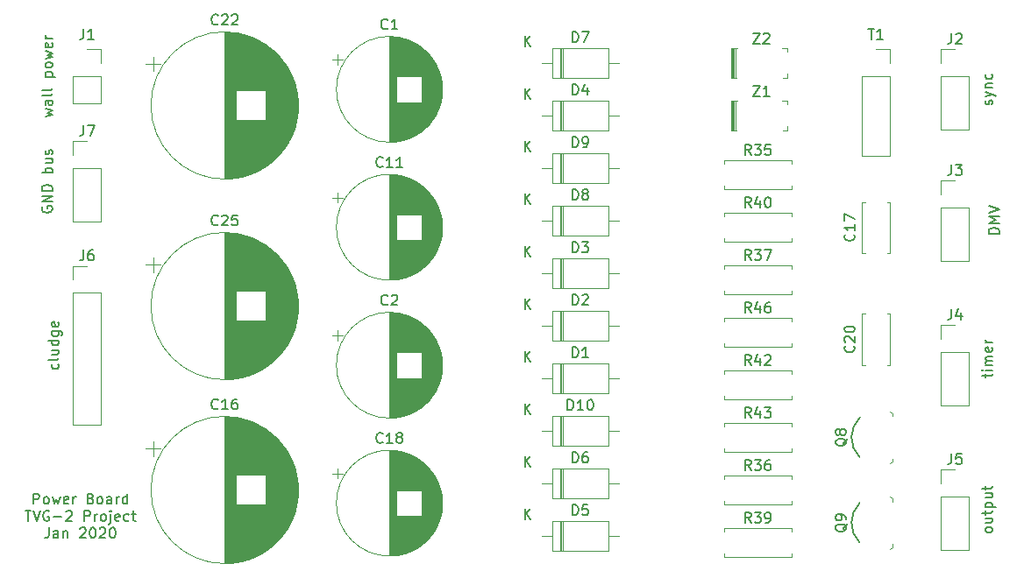
<source format=gbr>
G04 #@! TF.GenerationSoftware,KiCad,Pcbnew,(5.1.5)-3*
G04 #@! TF.CreationDate,2020-01-27T21:13:04-05:00*
G04 #@! TF.ProjectId,power,706f7765-722e-46b6-9963-61645f706362,v01*
G04 #@! TF.SameCoordinates,Original*
G04 #@! TF.FileFunction,Legend,Top*
G04 #@! TF.FilePolarity,Positive*
%FSLAX46Y46*%
G04 Gerber Fmt 4.6, Leading zero omitted, Abs format (unit mm)*
G04 Created by KiCad (PCBNEW (5.1.5)-3) date 2020-01-27 21:13:04*
%MOMM*%
%LPD*%
G04 APERTURE LIST*
%ADD10C,0.150000*%
%ADD11C,0.120000*%
%ADD12C,0.100000*%
G04 APERTURE END LIST*
D10*
X166187380Y-91535000D02*
X166139761Y-91630238D01*
X166092142Y-91677857D01*
X165996904Y-91725476D01*
X165711190Y-91725476D01*
X165615952Y-91677857D01*
X165568333Y-91630238D01*
X165520714Y-91535000D01*
X165520714Y-91392142D01*
X165568333Y-91296904D01*
X165615952Y-91249285D01*
X165711190Y-91201666D01*
X165996904Y-91201666D01*
X166092142Y-91249285D01*
X166139761Y-91296904D01*
X166187380Y-91392142D01*
X166187380Y-91535000D01*
X165520714Y-90344523D02*
X166187380Y-90344523D01*
X165520714Y-90773095D02*
X166044523Y-90773095D01*
X166139761Y-90725476D01*
X166187380Y-90630238D01*
X166187380Y-90487380D01*
X166139761Y-90392142D01*
X166092142Y-90344523D01*
X165520714Y-90011190D02*
X165520714Y-89630238D01*
X165187380Y-89868333D02*
X166044523Y-89868333D01*
X166139761Y-89820714D01*
X166187380Y-89725476D01*
X166187380Y-89630238D01*
X165520714Y-89296904D02*
X166520714Y-89296904D01*
X165568333Y-89296904D02*
X165520714Y-89201666D01*
X165520714Y-89011190D01*
X165568333Y-88915952D01*
X165615952Y-88868333D01*
X165711190Y-88820714D01*
X165996904Y-88820714D01*
X166092142Y-88868333D01*
X166139761Y-88915952D01*
X166187380Y-89011190D01*
X166187380Y-89201666D01*
X166139761Y-89296904D01*
X165520714Y-87963571D02*
X166187380Y-87963571D01*
X165520714Y-88392142D02*
X166044523Y-88392142D01*
X166139761Y-88344523D01*
X166187380Y-88249285D01*
X166187380Y-88106428D01*
X166139761Y-88011190D01*
X166092142Y-87963571D01*
X165520714Y-87630238D02*
X165520714Y-87249285D01*
X165187380Y-87487380D02*
X166044523Y-87487380D01*
X166139761Y-87439761D01*
X166187380Y-87344523D01*
X166187380Y-87249285D01*
X165520714Y-76763333D02*
X165520714Y-76382380D01*
X165187380Y-76620476D02*
X166044523Y-76620476D01*
X166139761Y-76572857D01*
X166187380Y-76477619D01*
X166187380Y-76382380D01*
X166187380Y-76049047D02*
X165520714Y-76049047D01*
X165187380Y-76049047D02*
X165235000Y-76096666D01*
X165282619Y-76049047D01*
X165235000Y-76001428D01*
X165187380Y-76049047D01*
X165282619Y-76049047D01*
X166187380Y-75572857D02*
X165520714Y-75572857D01*
X165615952Y-75572857D02*
X165568333Y-75525238D01*
X165520714Y-75430000D01*
X165520714Y-75287142D01*
X165568333Y-75191904D01*
X165663571Y-75144285D01*
X166187380Y-75144285D01*
X165663571Y-75144285D02*
X165568333Y-75096666D01*
X165520714Y-75001428D01*
X165520714Y-74858571D01*
X165568333Y-74763333D01*
X165663571Y-74715714D01*
X166187380Y-74715714D01*
X166139761Y-73858571D02*
X166187380Y-73953809D01*
X166187380Y-74144285D01*
X166139761Y-74239523D01*
X166044523Y-74287142D01*
X165663571Y-74287142D01*
X165568333Y-74239523D01*
X165520714Y-74144285D01*
X165520714Y-73953809D01*
X165568333Y-73858571D01*
X165663571Y-73810952D01*
X165758809Y-73810952D01*
X165854047Y-74287142D01*
X166187380Y-73382380D02*
X165520714Y-73382380D01*
X165711190Y-73382380D02*
X165615952Y-73334761D01*
X165568333Y-73287142D01*
X165520714Y-73191904D01*
X165520714Y-73096666D01*
X166822380Y-62856904D02*
X165822380Y-62856904D01*
X165822380Y-62618809D01*
X165870000Y-62475952D01*
X165965238Y-62380714D01*
X166060476Y-62333095D01*
X166250952Y-62285476D01*
X166393809Y-62285476D01*
X166584285Y-62333095D01*
X166679523Y-62380714D01*
X166774761Y-62475952D01*
X166822380Y-62618809D01*
X166822380Y-62856904D01*
X166822380Y-61856904D02*
X165822380Y-61856904D01*
X166536666Y-61523571D01*
X165822380Y-61190238D01*
X166822380Y-61190238D01*
X165822380Y-60856904D02*
X166822380Y-60523571D01*
X165822380Y-60190238D01*
X166139761Y-50371190D02*
X166187380Y-50275952D01*
X166187380Y-50085476D01*
X166139761Y-49990238D01*
X166044523Y-49942619D01*
X165996904Y-49942619D01*
X165901666Y-49990238D01*
X165854047Y-50085476D01*
X165854047Y-50228333D01*
X165806428Y-50323571D01*
X165711190Y-50371190D01*
X165663571Y-50371190D01*
X165568333Y-50323571D01*
X165520714Y-50228333D01*
X165520714Y-50085476D01*
X165568333Y-49990238D01*
X165520714Y-49609285D02*
X166187380Y-49371190D01*
X165520714Y-49133095D02*
X166187380Y-49371190D01*
X166425476Y-49466428D01*
X166473095Y-49514047D01*
X166520714Y-49609285D01*
X165520714Y-48752142D02*
X166187380Y-48752142D01*
X165615952Y-48752142D02*
X165568333Y-48704523D01*
X165520714Y-48609285D01*
X165520714Y-48466428D01*
X165568333Y-48371190D01*
X165663571Y-48323571D01*
X166187380Y-48323571D01*
X166139761Y-47418809D02*
X166187380Y-47514047D01*
X166187380Y-47704523D01*
X166139761Y-47799761D01*
X166092142Y-47847380D01*
X165996904Y-47895000D01*
X165711190Y-47895000D01*
X165615952Y-47847380D01*
X165568333Y-47799761D01*
X165520714Y-47704523D01*
X165520714Y-47514047D01*
X165568333Y-47418809D01*
X75969761Y-75469523D02*
X76017380Y-75564761D01*
X76017380Y-75755238D01*
X75969761Y-75850476D01*
X75922142Y-75898095D01*
X75826904Y-75945714D01*
X75541190Y-75945714D01*
X75445952Y-75898095D01*
X75398333Y-75850476D01*
X75350714Y-75755238D01*
X75350714Y-75564761D01*
X75398333Y-75469523D01*
X76017380Y-74898095D02*
X75969761Y-74993333D01*
X75874523Y-75040952D01*
X75017380Y-75040952D01*
X75350714Y-74088571D02*
X76017380Y-74088571D01*
X75350714Y-74517142D02*
X75874523Y-74517142D01*
X75969761Y-74469523D01*
X76017380Y-74374285D01*
X76017380Y-74231428D01*
X75969761Y-74136190D01*
X75922142Y-74088571D01*
X76017380Y-73183809D02*
X75017380Y-73183809D01*
X75969761Y-73183809D02*
X76017380Y-73279047D01*
X76017380Y-73469523D01*
X75969761Y-73564761D01*
X75922142Y-73612380D01*
X75826904Y-73660000D01*
X75541190Y-73660000D01*
X75445952Y-73612380D01*
X75398333Y-73564761D01*
X75350714Y-73469523D01*
X75350714Y-73279047D01*
X75398333Y-73183809D01*
X75350714Y-72279047D02*
X76160238Y-72279047D01*
X76255476Y-72326666D01*
X76303095Y-72374285D01*
X76350714Y-72469523D01*
X76350714Y-72612380D01*
X76303095Y-72707619D01*
X75969761Y-72279047D02*
X76017380Y-72374285D01*
X76017380Y-72564761D01*
X75969761Y-72660000D01*
X75922142Y-72707619D01*
X75826904Y-72755238D01*
X75541190Y-72755238D01*
X75445952Y-72707619D01*
X75398333Y-72660000D01*
X75350714Y-72564761D01*
X75350714Y-72374285D01*
X75398333Y-72279047D01*
X75969761Y-71421904D02*
X76017380Y-71517142D01*
X76017380Y-71707619D01*
X75969761Y-71802857D01*
X75874523Y-71850476D01*
X75493571Y-71850476D01*
X75398333Y-71802857D01*
X75350714Y-71707619D01*
X75350714Y-71517142D01*
X75398333Y-71421904D01*
X75493571Y-71374285D01*
X75588809Y-71374285D01*
X75684047Y-71850476D01*
X74430000Y-60237380D02*
X74382380Y-60332619D01*
X74382380Y-60475476D01*
X74430000Y-60618333D01*
X74525238Y-60713571D01*
X74620476Y-60761190D01*
X74810952Y-60808809D01*
X74953809Y-60808809D01*
X75144285Y-60761190D01*
X75239523Y-60713571D01*
X75334761Y-60618333D01*
X75382380Y-60475476D01*
X75382380Y-60380238D01*
X75334761Y-60237380D01*
X75287142Y-60189761D01*
X74953809Y-60189761D01*
X74953809Y-60380238D01*
X75382380Y-59761190D02*
X74382380Y-59761190D01*
X75382380Y-59189761D01*
X74382380Y-59189761D01*
X75382380Y-58713571D02*
X74382380Y-58713571D01*
X74382380Y-58475476D01*
X74430000Y-58332619D01*
X74525238Y-58237380D01*
X74620476Y-58189761D01*
X74810952Y-58142142D01*
X74953809Y-58142142D01*
X75144285Y-58189761D01*
X75239523Y-58237380D01*
X75334761Y-58332619D01*
X75382380Y-58475476D01*
X75382380Y-58713571D01*
X75382380Y-56951666D02*
X74382380Y-56951666D01*
X74763333Y-56951666D02*
X74715714Y-56856428D01*
X74715714Y-56665952D01*
X74763333Y-56570714D01*
X74810952Y-56523095D01*
X74906190Y-56475476D01*
X75191904Y-56475476D01*
X75287142Y-56523095D01*
X75334761Y-56570714D01*
X75382380Y-56665952D01*
X75382380Y-56856428D01*
X75334761Y-56951666D01*
X74715714Y-55618333D02*
X75382380Y-55618333D01*
X74715714Y-56046904D02*
X75239523Y-56046904D01*
X75334761Y-55999285D01*
X75382380Y-55904047D01*
X75382380Y-55761190D01*
X75334761Y-55665952D01*
X75287142Y-55618333D01*
X75334761Y-55189761D02*
X75382380Y-55094523D01*
X75382380Y-54904047D01*
X75334761Y-54808809D01*
X75239523Y-54761190D01*
X75191904Y-54761190D01*
X75096666Y-54808809D01*
X75049047Y-54904047D01*
X75049047Y-55046904D01*
X75001428Y-55142142D01*
X74906190Y-55189761D01*
X74858571Y-55189761D01*
X74763333Y-55142142D01*
X74715714Y-55046904D01*
X74715714Y-54904047D01*
X74763333Y-54808809D01*
X74715714Y-51529761D02*
X75382380Y-51339285D01*
X74906190Y-51148809D01*
X75382380Y-50958333D01*
X74715714Y-50767857D01*
X75382380Y-49958333D02*
X74858571Y-49958333D01*
X74763333Y-50005952D01*
X74715714Y-50101190D01*
X74715714Y-50291666D01*
X74763333Y-50386904D01*
X75334761Y-49958333D02*
X75382380Y-50053571D01*
X75382380Y-50291666D01*
X75334761Y-50386904D01*
X75239523Y-50434523D01*
X75144285Y-50434523D01*
X75049047Y-50386904D01*
X75001428Y-50291666D01*
X75001428Y-50053571D01*
X74953809Y-49958333D01*
X75382380Y-49339285D02*
X75334761Y-49434523D01*
X75239523Y-49482142D01*
X74382380Y-49482142D01*
X75382380Y-48815476D02*
X75334761Y-48910714D01*
X75239523Y-48958333D01*
X74382380Y-48958333D01*
X74715714Y-47672619D02*
X75715714Y-47672619D01*
X74763333Y-47672619D02*
X74715714Y-47577380D01*
X74715714Y-47386904D01*
X74763333Y-47291666D01*
X74810952Y-47244047D01*
X74906190Y-47196428D01*
X75191904Y-47196428D01*
X75287142Y-47244047D01*
X75334761Y-47291666D01*
X75382380Y-47386904D01*
X75382380Y-47577380D01*
X75334761Y-47672619D01*
X75382380Y-46625000D02*
X75334761Y-46720238D01*
X75287142Y-46767857D01*
X75191904Y-46815476D01*
X74906190Y-46815476D01*
X74810952Y-46767857D01*
X74763333Y-46720238D01*
X74715714Y-46625000D01*
X74715714Y-46482142D01*
X74763333Y-46386904D01*
X74810952Y-46339285D01*
X74906190Y-46291666D01*
X75191904Y-46291666D01*
X75287142Y-46339285D01*
X75334761Y-46386904D01*
X75382380Y-46482142D01*
X75382380Y-46625000D01*
X74715714Y-45958333D02*
X75382380Y-45767857D01*
X74906190Y-45577380D01*
X75382380Y-45386904D01*
X74715714Y-45196428D01*
X75334761Y-44434523D02*
X75382380Y-44529761D01*
X75382380Y-44720238D01*
X75334761Y-44815476D01*
X75239523Y-44863095D01*
X74858571Y-44863095D01*
X74763333Y-44815476D01*
X74715714Y-44720238D01*
X74715714Y-44529761D01*
X74763333Y-44434523D01*
X74858571Y-44386904D01*
X74953809Y-44386904D01*
X75049047Y-44863095D01*
X75382380Y-43958333D02*
X74715714Y-43958333D01*
X74906190Y-43958333D02*
X74810952Y-43910714D01*
X74763333Y-43863095D01*
X74715714Y-43767857D01*
X74715714Y-43672619D01*
X73581190Y-88972380D02*
X73581190Y-87972380D01*
X73962142Y-87972380D01*
X74057380Y-88020000D01*
X74105000Y-88067619D01*
X74152619Y-88162857D01*
X74152619Y-88305714D01*
X74105000Y-88400952D01*
X74057380Y-88448571D01*
X73962142Y-88496190D01*
X73581190Y-88496190D01*
X74724047Y-88972380D02*
X74628809Y-88924761D01*
X74581190Y-88877142D01*
X74533571Y-88781904D01*
X74533571Y-88496190D01*
X74581190Y-88400952D01*
X74628809Y-88353333D01*
X74724047Y-88305714D01*
X74866904Y-88305714D01*
X74962142Y-88353333D01*
X75009761Y-88400952D01*
X75057380Y-88496190D01*
X75057380Y-88781904D01*
X75009761Y-88877142D01*
X74962142Y-88924761D01*
X74866904Y-88972380D01*
X74724047Y-88972380D01*
X75390714Y-88305714D02*
X75581190Y-88972380D01*
X75771666Y-88496190D01*
X75962142Y-88972380D01*
X76152619Y-88305714D01*
X76914523Y-88924761D02*
X76819285Y-88972380D01*
X76628809Y-88972380D01*
X76533571Y-88924761D01*
X76485952Y-88829523D01*
X76485952Y-88448571D01*
X76533571Y-88353333D01*
X76628809Y-88305714D01*
X76819285Y-88305714D01*
X76914523Y-88353333D01*
X76962142Y-88448571D01*
X76962142Y-88543809D01*
X76485952Y-88639047D01*
X77390714Y-88972380D02*
X77390714Y-88305714D01*
X77390714Y-88496190D02*
X77438333Y-88400952D01*
X77485952Y-88353333D01*
X77581190Y-88305714D01*
X77676428Y-88305714D01*
X79105000Y-88448571D02*
X79247857Y-88496190D01*
X79295476Y-88543809D01*
X79343095Y-88639047D01*
X79343095Y-88781904D01*
X79295476Y-88877142D01*
X79247857Y-88924761D01*
X79152619Y-88972380D01*
X78771666Y-88972380D01*
X78771666Y-87972380D01*
X79105000Y-87972380D01*
X79200238Y-88020000D01*
X79247857Y-88067619D01*
X79295476Y-88162857D01*
X79295476Y-88258095D01*
X79247857Y-88353333D01*
X79200238Y-88400952D01*
X79105000Y-88448571D01*
X78771666Y-88448571D01*
X79914523Y-88972380D02*
X79819285Y-88924761D01*
X79771666Y-88877142D01*
X79724047Y-88781904D01*
X79724047Y-88496190D01*
X79771666Y-88400952D01*
X79819285Y-88353333D01*
X79914523Y-88305714D01*
X80057380Y-88305714D01*
X80152619Y-88353333D01*
X80200238Y-88400952D01*
X80247857Y-88496190D01*
X80247857Y-88781904D01*
X80200238Y-88877142D01*
X80152619Y-88924761D01*
X80057380Y-88972380D01*
X79914523Y-88972380D01*
X81105000Y-88972380D02*
X81105000Y-88448571D01*
X81057380Y-88353333D01*
X80962142Y-88305714D01*
X80771666Y-88305714D01*
X80676428Y-88353333D01*
X81105000Y-88924761D02*
X81009761Y-88972380D01*
X80771666Y-88972380D01*
X80676428Y-88924761D01*
X80628809Y-88829523D01*
X80628809Y-88734285D01*
X80676428Y-88639047D01*
X80771666Y-88591428D01*
X81009761Y-88591428D01*
X81105000Y-88543809D01*
X81581190Y-88972380D02*
X81581190Y-88305714D01*
X81581190Y-88496190D02*
X81628809Y-88400952D01*
X81676428Y-88353333D01*
X81771666Y-88305714D01*
X81866904Y-88305714D01*
X82628809Y-88972380D02*
X82628809Y-87972380D01*
X82628809Y-88924761D02*
X82533571Y-88972380D01*
X82343095Y-88972380D01*
X82247857Y-88924761D01*
X82200238Y-88877142D01*
X82152619Y-88781904D01*
X82152619Y-88496190D01*
X82200238Y-88400952D01*
X82247857Y-88353333D01*
X82343095Y-88305714D01*
X82533571Y-88305714D01*
X82628809Y-88353333D01*
X72771666Y-89622380D02*
X73343095Y-89622380D01*
X73057380Y-90622380D02*
X73057380Y-89622380D01*
X73533571Y-89622380D02*
X73866904Y-90622380D01*
X74200238Y-89622380D01*
X75057380Y-89670000D02*
X74962142Y-89622380D01*
X74819285Y-89622380D01*
X74676428Y-89670000D01*
X74581190Y-89765238D01*
X74533571Y-89860476D01*
X74485952Y-90050952D01*
X74485952Y-90193809D01*
X74533571Y-90384285D01*
X74581190Y-90479523D01*
X74676428Y-90574761D01*
X74819285Y-90622380D01*
X74914523Y-90622380D01*
X75057380Y-90574761D01*
X75105000Y-90527142D01*
X75105000Y-90193809D01*
X74914523Y-90193809D01*
X75533571Y-90241428D02*
X76295476Y-90241428D01*
X76724047Y-89717619D02*
X76771666Y-89670000D01*
X76866904Y-89622380D01*
X77105000Y-89622380D01*
X77200238Y-89670000D01*
X77247857Y-89717619D01*
X77295476Y-89812857D01*
X77295476Y-89908095D01*
X77247857Y-90050952D01*
X76676428Y-90622380D01*
X77295476Y-90622380D01*
X78485952Y-90622380D02*
X78485952Y-89622380D01*
X78866904Y-89622380D01*
X78962142Y-89670000D01*
X79009761Y-89717619D01*
X79057380Y-89812857D01*
X79057380Y-89955714D01*
X79009761Y-90050952D01*
X78962142Y-90098571D01*
X78866904Y-90146190D01*
X78485952Y-90146190D01*
X79485952Y-90622380D02*
X79485952Y-89955714D01*
X79485952Y-90146190D02*
X79533571Y-90050952D01*
X79581190Y-90003333D01*
X79676428Y-89955714D01*
X79771666Y-89955714D01*
X80247857Y-90622380D02*
X80152619Y-90574761D01*
X80105000Y-90527142D01*
X80057380Y-90431904D01*
X80057380Y-90146190D01*
X80105000Y-90050952D01*
X80152619Y-90003333D01*
X80247857Y-89955714D01*
X80390714Y-89955714D01*
X80485952Y-90003333D01*
X80533571Y-90050952D01*
X80581190Y-90146190D01*
X80581190Y-90431904D01*
X80533571Y-90527142D01*
X80485952Y-90574761D01*
X80390714Y-90622380D01*
X80247857Y-90622380D01*
X81009761Y-89955714D02*
X81009761Y-90812857D01*
X80962142Y-90908095D01*
X80866904Y-90955714D01*
X80819285Y-90955714D01*
X81009761Y-89622380D02*
X80962142Y-89670000D01*
X81009761Y-89717619D01*
X81057380Y-89670000D01*
X81009761Y-89622380D01*
X81009761Y-89717619D01*
X81866904Y-90574761D02*
X81771666Y-90622380D01*
X81581190Y-90622380D01*
X81485952Y-90574761D01*
X81438333Y-90479523D01*
X81438333Y-90098571D01*
X81485952Y-90003333D01*
X81581190Y-89955714D01*
X81771666Y-89955714D01*
X81866904Y-90003333D01*
X81914523Y-90098571D01*
X81914523Y-90193809D01*
X81438333Y-90289047D01*
X82771666Y-90574761D02*
X82676428Y-90622380D01*
X82485952Y-90622380D01*
X82390714Y-90574761D01*
X82343095Y-90527142D01*
X82295476Y-90431904D01*
X82295476Y-90146190D01*
X82343095Y-90050952D01*
X82390714Y-90003333D01*
X82485952Y-89955714D01*
X82676428Y-89955714D01*
X82771666Y-90003333D01*
X83057380Y-89955714D02*
X83438333Y-89955714D01*
X83200238Y-89622380D02*
X83200238Y-90479523D01*
X83247857Y-90574761D01*
X83343095Y-90622380D01*
X83438333Y-90622380D01*
X75057380Y-91272380D02*
X75057380Y-91986666D01*
X75009761Y-92129523D01*
X74914523Y-92224761D01*
X74771666Y-92272380D01*
X74676428Y-92272380D01*
X75962142Y-92272380D02*
X75962142Y-91748571D01*
X75914523Y-91653333D01*
X75819285Y-91605714D01*
X75628809Y-91605714D01*
X75533571Y-91653333D01*
X75962142Y-92224761D02*
X75866904Y-92272380D01*
X75628809Y-92272380D01*
X75533571Y-92224761D01*
X75485952Y-92129523D01*
X75485952Y-92034285D01*
X75533571Y-91939047D01*
X75628809Y-91891428D01*
X75866904Y-91891428D01*
X75962142Y-91843809D01*
X76438333Y-91605714D02*
X76438333Y-92272380D01*
X76438333Y-91700952D02*
X76485952Y-91653333D01*
X76581190Y-91605714D01*
X76724047Y-91605714D01*
X76819285Y-91653333D01*
X76866904Y-91748571D01*
X76866904Y-92272380D01*
X78057380Y-91367619D02*
X78105000Y-91320000D01*
X78200238Y-91272380D01*
X78438333Y-91272380D01*
X78533571Y-91320000D01*
X78581190Y-91367619D01*
X78628809Y-91462857D01*
X78628809Y-91558095D01*
X78581190Y-91700952D01*
X78009761Y-92272380D01*
X78628809Y-92272380D01*
X79247857Y-91272380D02*
X79343095Y-91272380D01*
X79438333Y-91320000D01*
X79485952Y-91367619D01*
X79533571Y-91462857D01*
X79581190Y-91653333D01*
X79581190Y-91891428D01*
X79533571Y-92081904D01*
X79485952Y-92177142D01*
X79438333Y-92224761D01*
X79343095Y-92272380D01*
X79247857Y-92272380D01*
X79152619Y-92224761D01*
X79105000Y-92177142D01*
X79057380Y-92081904D01*
X79009761Y-91891428D01*
X79009761Y-91653333D01*
X79057380Y-91462857D01*
X79105000Y-91367619D01*
X79152619Y-91320000D01*
X79247857Y-91272380D01*
X79962142Y-91367619D02*
X80009761Y-91320000D01*
X80105000Y-91272380D01*
X80343095Y-91272380D01*
X80438333Y-91320000D01*
X80485952Y-91367619D01*
X80533571Y-91462857D01*
X80533571Y-91558095D01*
X80485952Y-91700952D01*
X79914523Y-92272380D01*
X80533571Y-92272380D01*
X81152619Y-91272380D02*
X81247857Y-91272380D01*
X81343095Y-91320000D01*
X81390714Y-91367619D01*
X81438333Y-91462857D01*
X81485952Y-91653333D01*
X81485952Y-91891428D01*
X81438333Y-92081904D01*
X81390714Y-92177142D01*
X81343095Y-92224761D01*
X81247857Y-92272380D01*
X81152619Y-92272380D01*
X81057380Y-92224761D01*
X81009761Y-92177142D01*
X80962142Y-92081904D01*
X80914523Y-91891428D01*
X80914523Y-91653333D01*
X80962142Y-91462857D01*
X81009761Y-91367619D01*
X81057380Y-91320000D01*
X81152619Y-91272380D01*
D11*
X113065000Y-48895000D02*
G75*
G03X113065000Y-48895000I-5120000J0D01*
G01*
X107945000Y-43815000D02*
X107945000Y-53975000D01*
X107985000Y-43815000D02*
X107985000Y-53975000D01*
X108025000Y-43815000D02*
X108025000Y-53975000D01*
X108065000Y-43816000D02*
X108065000Y-53974000D01*
X108105000Y-43817000D02*
X108105000Y-53973000D01*
X108145000Y-43818000D02*
X108145000Y-53972000D01*
X108185000Y-43820000D02*
X108185000Y-53970000D01*
X108225000Y-43822000D02*
X108225000Y-53968000D01*
X108265000Y-43825000D02*
X108265000Y-53965000D01*
X108305000Y-43827000D02*
X108305000Y-53963000D01*
X108345000Y-43830000D02*
X108345000Y-53960000D01*
X108385000Y-43833000D02*
X108385000Y-53957000D01*
X108425000Y-43837000D02*
X108425000Y-53953000D01*
X108465000Y-43841000D02*
X108465000Y-53949000D01*
X108505000Y-43845000D02*
X108505000Y-53945000D01*
X108545000Y-43850000D02*
X108545000Y-53940000D01*
X108585000Y-43855000D02*
X108585000Y-53935000D01*
X108625000Y-43860000D02*
X108625000Y-47654000D01*
X108625000Y-50136000D02*
X108625000Y-53930000D01*
X108666000Y-43865000D02*
X108666000Y-47654000D01*
X108666000Y-50136000D02*
X108666000Y-53925000D01*
X108706000Y-43871000D02*
X108706000Y-47654000D01*
X108706000Y-50136000D02*
X108706000Y-53919000D01*
X108746000Y-43877000D02*
X108746000Y-47654000D01*
X108746000Y-50136000D02*
X108746000Y-53913000D01*
X108786000Y-43884000D02*
X108786000Y-47654000D01*
X108786000Y-50136000D02*
X108786000Y-53906000D01*
X108826000Y-43891000D02*
X108826000Y-47654000D01*
X108826000Y-50136000D02*
X108826000Y-53899000D01*
X108866000Y-43898000D02*
X108866000Y-47654000D01*
X108866000Y-50136000D02*
X108866000Y-53892000D01*
X108906000Y-43905000D02*
X108906000Y-47654000D01*
X108906000Y-50136000D02*
X108906000Y-53885000D01*
X108946000Y-43913000D02*
X108946000Y-47654000D01*
X108946000Y-50136000D02*
X108946000Y-53877000D01*
X108986000Y-43921000D02*
X108986000Y-47654000D01*
X108986000Y-50136000D02*
X108986000Y-53869000D01*
X109026000Y-43930000D02*
X109026000Y-47654000D01*
X109026000Y-50136000D02*
X109026000Y-53860000D01*
X109066000Y-43939000D02*
X109066000Y-47654000D01*
X109066000Y-50136000D02*
X109066000Y-53851000D01*
X109106000Y-43948000D02*
X109106000Y-47654000D01*
X109106000Y-50136000D02*
X109106000Y-53842000D01*
X109146000Y-43957000D02*
X109146000Y-47654000D01*
X109146000Y-50136000D02*
X109146000Y-53833000D01*
X109186000Y-43967000D02*
X109186000Y-47654000D01*
X109186000Y-50136000D02*
X109186000Y-53823000D01*
X109226000Y-43977000D02*
X109226000Y-47654000D01*
X109226000Y-50136000D02*
X109226000Y-53813000D01*
X109266000Y-43988000D02*
X109266000Y-47654000D01*
X109266000Y-50136000D02*
X109266000Y-53802000D01*
X109306000Y-43998000D02*
X109306000Y-47654000D01*
X109306000Y-50136000D02*
X109306000Y-53792000D01*
X109346000Y-44010000D02*
X109346000Y-47654000D01*
X109346000Y-50136000D02*
X109346000Y-53780000D01*
X109386000Y-44021000D02*
X109386000Y-47654000D01*
X109386000Y-50136000D02*
X109386000Y-53769000D01*
X109426000Y-44033000D02*
X109426000Y-47654000D01*
X109426000Y-50136000D02*
X109426000Y-53757000D01*
X109466000Y-44045000D02*
X109466000Y-47654000D01*
X109466000Y-50136000D02*
X109466000Y-53745000D01*
X109506000Y-44058000D02*
X109506000Y-47654000D01*
X109506000Y-50136000D02*
X109506000Y-53732000D01*
X109546000Y-44071000D02*
X109546000Y-47654000D01*
X109546000Y-50136000D02*
X109546000Y-53719000D01*
X109586000Y-44084000D02*
X109586000Y-47654000D01*
X109586000Y-50136000D02*
X109586000Y-53706000D01*
X109626000Y-44098000D02*
X109626000Y-47654000D01*
X109626000Y-50136000D02*
X109626000Y-53692000D01*
X109666000Y-44112000D02*
X109666000Y-47654000D01*
X109666000Y-50136000D02*
X109666000Y-53678000D01*
X109706000Y-44127000D02*
X109706000Y-47654000D01*
X109706000Y-50136000D02*
X109706000Y-53663000D01*
X109746000Y-44141000D02*
X109746000Y-47654000D01*
X109746000Y-50136000D02*
X109746000Y-53649000D01*
X109786000Y-44157000D02*
X109786000Y-47654000D01*
X109786000Y-50136000D02*
X109786000Y-53633000D01*
X109826000Y-44172000D02*
X109826000Y-47654000D01*
X109826000Y-50136000D02*
X109826000Y-53618000D01*
X109866000Y-44188000D02*
X109866000Y-47654000D01*
X109866000Y-50136000D02*
X109866000Y-53602000D01*
X109906000Y-44205000D02*
X109906000Y-47654000D01*
X109906000Y-50136000D02*
X109906000Y-53585000D01*
X109946000Y-44221000D02*
X109946000Y-47654000D01*
X109946000Y-50136000D02*
X109946000Y-53569000D01*
X109986000Y-44238000D02*
X109986000Y-47654000D01*
X109986000Y-50136000D02*
X109986000Y-53552000D01*
X110026000Y-44256000D02*
X110026000Y-47654000D01*
X110026000Y-50136000D02*
X110026000Y-53534000D01*
X110066000Y-44274000D02*
X110066000Y-47654000D01*
X110066000Y-50136000D02*
X110066000Y-53516000D01*
X110106000Y-44292000D02*
X110106000Y-47654000D01*
X110106000Y-50136000D02*
X110106000Y-53498000D01*
X110146000Y-44311000D02*
X110146000Y-47654000D01*
X110146000Y-50136000D02*
X110146000Y-53479000D01*
X110186000Y-44331000D02*
X110186000Y-47654000D01*
X110186000Y-50136000D02*
X110186000Y-53459000D01*
X110226000Y-44350000D02*
X110226000Y-47654000D01*
X110226000Y-50136000D02*
X110226000Y-53440000D01*
X110266000Y-44370000D02*
X110266000Y-47654000D01*
X110266000Y-50136000D02*
X110266000Y-53420000D01*
X110306000Y-44391000D02*
X110306000Y-47654000D01*
X110306000Y-50136000D02*
X110306000Y-53399000D01*
X110346000Y-44412000D02*
X110346000Y-47654000D01*
X110346000Y-50136000D02*
X110346000Y-53378000D01*
X110386000Y-44433000D02*
X110386000Y-47654000D01*
X110386000Y-50136000D02*
X110386000Y-53357000D01*
X110426000Y-44455000D02*
X110426000Y-47654000D01*
X110426000Y-50136000D02*
X110426000Y-53335000D01*
X110466000Y-44478000D02*
X110466000Y-47654000D01*
X110466000Y-50136000D02*
X110466000Y-53312000D01*
X110506000Y-44500000D02*
X110506000Y-47654000D01*
X110506000Y-50136000D02*
X110506000Y-53290000D01*
X110546000Y-44524000D02*
X110546000Y-47654000D01*
X110546000Y-50136000D02*
X110546000Y-53266000D01*
X110586000Y-44548000D02*
X110586000Y-47654000D01*
X110586000Y-50136000D02*
X110586000Y-53242000D01*
X110626000Y-44572000D02*
X110626000Y-47654000D01*
X110626000Y-50136000D02*
X110626000Y-53218000D01*
X110666000Y-44597000D02*
X110666000Y-47654000D01*
X110666000Y-50136000D02*
X110666000Y-53193000D01*
X110706000Y-44622000D02*
X110706000Y-47654000D01*
X110706000Y-50136000D02*
X110706000Y-53168000D01*
X110746000Y-44648000D02*
X110746000Y-47654000D01*
X110746000Y-50136000D02*
X110746000Y-53142000D01*
X110786000Y-44674000D02*
X110786000Y-47654000D01*
X110786000Y-50136000D02*
X110786000Y-53116000D01*
X110826000Y-44701000D02*
X110826000Y-47654000D01*
X110826000Y-50136000D02*
X110826000Y-53089000D01*
X110866000Y-44729000D02*
X110866000Y-47654000D01*
X110866000Y-50136000D02*
X110866000Y-53061000D01*
X110906000Y-44757000D02*
X110906000Y-47654000D01*
X110906000Y-50136000D02*
X110906000Y-53033000D01*
X110946000Y-44785000D02*
X110946000Y-47654000D01*
X110946000Y-50136000D02*
X110946000Y-53005000D01*
X110986000Y-44815000D02*
X110986000Y-47654000D01*
X110986000Y-50136000D02*
X110986000Y-52975000D01*
X111026000Y-44845000D02*
X111026000Y-47654000D01*
X111026000Y-50136000D02*
X111026000Y-52945000D01*
X111066000Y-44875000D02*
X111066000Y-47654000D01*
X111066000Y-50136000D02*
X111066000Y-52915000D01*
X111106000Y-44906000D02*
X111106000Y-52884000D01*
X111146000Y-44938000D02*
X111146000Y-52852000D01*
X111186000Y-44970000D02*
X111186000Y-52820000D01*
X111226000Y-45003000D02*
X111226000Y-52787000D01*
X111266000Y-45037000D02*
X111266000Y-52753000D01*
X111306000Y-45071000D02*
X111306000Y-52719000D01*
X111346000Y-45106000D02*
X111346000Y-52684000D01*
X111386000Y-45142000D02*
X111386000Y-52648000D01*
X111426000Y-45179000D02*
X111426000Y-52611000D01*
X111466000Y-45216000D02*
X111466000Y-52574000D01*
X111506000Y-45255000D02*
X111506000Y-52535000D01*
X111546000Y-45294000D02*
X111546000Y-52496000D01*
X111586000Y-45334000D02*
X111586000Y-52456000D01*
X111626000Y-45375000D02*
X111626000Y-52415000D01*
X111666000Y-45417000D02*
X111666000Y-52373000D01*
X111706000Y-45459000D02*
X111706000Y-52331000D01*
X111746000Y-45503000D02*
X111746000Y-52287000D01*
X111786000Y-45548000D02*
X111786000Y-52242000D01*
X111826000Y-45594000D02*
X111826000Y-52196000D01*
X111866000Y-45641000D02*
X111866000Y-52149000D01*
X111906000Y-45689000D02*
X111906000Y-52101000D01*
X111946000Y-45739000D02*
X111946000Y-52051000D01*
X111986000Y-45789000D02*
X111986000Y-52001000D01*
X112026000Y-45841000D02*
X112026000Y-51949000D01*
X112066000Y-45895000D02*
X112066000Y-51895000D01*
X112106000Y-45950000D02*
X112106000Y-51840000D01*
X112146000Y-46006000D02*
X112146000Y-51784000D01*
X112186000Y-46065000D02*
X112186000Y-51725000D01*
X112226000Y-46125000D02*
X112226000Y-51665000D01*
X112266000Y-46186000D02*
X112266000Y-51604000D01*
X112306000Y-46250000D02*
X112306000Y-51540000D01*
X112346000Y-46316000D02*
X112346000Y-51474000D01*
X112386000Y-46385000D02*
X112386000Y-51405000D01*
X112426000Y-46456000D02*
X112426000Y-51334000D01*
X112466000Y-46530000D02*
X112466000Y-51260000D01*
X112506000Y-46606000D02*
X112506000Y-51184000D01*
X112546000Y-46686000D02*
X112546000Y-51104000D01*
X112586000Y-46770000D02*
X112586000Y-51020000D01*
X112626000Y-46858000D02*
X112626000Y-50932000D01*
X112666000Y-46951000D02*
X112666000Y-50839000D01*
X112706000Y-47049000D02*
X112706000Y-50741000D01*
X112746000Y-47153000D02*
X112746000Y-50637000D01*
X112786000Y-47265000D02*
X112786000Y-50525000D01*
X112826000Y-47385000D02*
X112826000Y-50405000D01*
X112866000Y-47517000D02*
X112866000Y-50273000D01*
X112906000Y-47665000D02*
X112906000Y-50125000D01*
X112946000Y-47833000D02*
X112946000Y-49957000D01*
X112986000Y-48033000D02*
X112986000Y-49757000D01*
X113026000Y-48296000D02*
X113026000Y-49494000D01*
X102465354Y-46020000D02*
X103465354Y-46020000D01*
X102965354Y-45520000D02*
X102965354Y-46520000D01*
X102965354Y-72190000D02*
X102965354Y-73190000D01*
X102465354Y-72690000D02*
X103465354Y-72690000D01*
X113026000Y-74966000D02*
X113026000Y-76164000D01*
X112986000Y-74703000D02*
X112986000Y-76427000D01*
X112946000Y-74503000D02*
X112946000Y-76627000D01*
X112906000Y-74335000D02*
X112906000Y-76795000D01*
X112866000Y-74187000D02*
X112866000Y-76943000D01*
X112826000Y-74055000D02*
X112826000Y-77075000D01*
X112786000Y-73935000D02*
X112786000Y-77195000D01*
X112746000Y-73823000D02*
X112746000Y-77307000D01*
X112706000Y-73719000D02*
X112706000Y-77411000D01*
X112666000Y-73621000D02*
X112666000Y-77509000D01*
X112626000Y-73528000D02*
X112626000Y-77602000D01*
X112586000Y-73440000D02*
X112586000Y-77690000D01*
X112546000Y-73356000D02*
X112546000Y-77774000D01*
X112506000Y-73276000D02*
X112506000Y-77854000D01*
X112466000Y-73200000D02*
X112466000Y-77930000D01*
X112426000Y-73126000D02*
X112426000Y-78004000D01*
X112386000Y-73055000D02*
X112386000Y-78075000D01*
X112346000Y-72986000D02*
X112346000Y-78144000D01*
X112306000Y-72920000D02*
X112306000Y-78210000D01*
X112266000Y-72856000D02*
X112266000Y-78274000D01*
X112226000Y-72795000D02*
X112226000Y-78335000D01*
X112186000Y-72735000D02*
X112186000Y-78395000D01*
X112146000Y-72676000D02*
X112146000Y-78454000D01*
X112106000Y-72620000D02*
X112106000Y-78510000D01*
X112066000Y-72565000D02*
X112066000Y-78565000D01*
X112026000Y-72511000D02*
X112026000Y-78619000D01*
X111986000Y-72459000D02*
X111986000Y-78671000D01*
X111946000Y-72409000D02*
X111946000Y-78721000D01*
X111906000Y-72359000D02*
X111906000Y-78771000D01*
X111866000Y-72311000D02*
X111866000Y-78819000D01*
X111826000Y-72264000D02*
X111826000Y-78866000D01*
X111786000Y-72218000D02*
X111786000Y-78912000D01*
X111746000Y-72173000D02*
X111746000Y-78957000D01*
X111706000Y-72129000D02*
X111706000Y-79001000D01*
X111666000Y-72087000D02*
X111666000Y-79043000D01*
X111626000Y-72045000D02*
X111626000Y-79085000D01*
X111586000Y-72004000D02*
X111586000Y-79126000D01*
X111546000Y-71964000D02*
X111546000Y-79166000D01*
X111506000Y-71925000D02*
X111506000Y-79205000D01*
X111466000Y-71886000D02*
X111466000Y-79244000D01*
X111426000Y-71849000D02*
X111426000Y-79281000D01*
X111386000Y-71812000D02*
X111386000Y-79318000D01*
X111346000Y-71776000D02*
X111346000Y-79354000D01*
X111306000Y-71741000D02*
X111306000Y-79389000D01*
X111266000Y-71707000D02*
X111266000Y-79423000D01*
X111226000Y-71673000D02*
X111226000Y-79457000D01*
X111186000Y-71640000D02*
X111186000Y-79490000D01*
X111146000Y-71608000D02*
X111146000Y-79522000D01*
X111106000Y-71576000D02*
X111106000Y-79554000D01*
X111066000Y-76806000D02*
X111066000Y-79585000D01*
X111066000Y-71545000D02*
X111066000Y-74324000D01*
X111026000Y-76806000D02*
X111026000Y-79615000D01*
X111026000Y-71515000D02*
X111026000Y-74324000D01*
X110986000Y-76806000D02*
X110986000Y-79645000D01*
X110986000Y-71485000D02*
X110986000Y-74324000D01*
X110946000Y-76806000D02*
X110946000Y-79675000D01*
X110946000Y-71455000D02*
X110946000Y-74324000D01*
X110906000Y-76806000D02*
X110906000Y-79703000D01*
X110906000Y-71427000D02*
X110906000Y-74324000D01*
X110866000Y-76806000D02*
X110866000Y-79731000D01*
X110866000Y-71399000D02*
X110866000Y-74324000D01*
X110826000Y-76806000D02*
X110826000Y-79759000D01*
X110826000Y-71371000D02*
X110826000Y-74324000D01*
X110786000Y-76806000D02*
X110786000Y-79786000D01*
X110786000Y-71344000D02*
X110786000Y-74324000D01*
X110746000Y-76806000D02*
X110746000Y-79812000D01*
X110746000Y-71318000D02*
X110746000Y-74324000D01*
X110706000Y-76806000D02*
X110706000Y-79838000D01*
X110706000Y-71292000D02*
X110706000Y-74324000D01*
X110666000Y-76806000D02*
X110666000Y-79863000D01*
X110666000Y-71267000D02*
X110666000Y-74324000D01*
X110626000Y-76806000D02*
X110626000Y-79888000D01*
X110626000Y-71242000D02*
X110626000Y-74324000D01*
X110586000Y-76806000D02*
X110586000Y-79912000D01*
X110586000Y-71218000D02*
X110586000Y-74324000D01*
X110546000Y-76806000D02*
X110546000Y-79936000D01*
X110546000Y-71194000D02*
X110546000Y-74324000D01*
X110506000Y-76806000D02*
X110506000Y-79960000D01*
X110506000Y-71170000D02*
X110506000Y-74324000D01*
X110466000Y-76806000D02*
X110466000Y-79982000D01*
X110466000Y-71148000D02*
X110466000Y-74324000D01*
X110426000Y-76806000D02*
X110426000Y-80005000D01*
X110426000Y-71125000D02*
X110426000Y-74324000D01*
X110386000Y-76806000D02*
X110386000Y-80027000D01*
X110386000Y-71103000D02*
X110386000Y-74324000D01*
X110346000Y-76806000D02*
X110346000Y-80048000D01*
X110346000Y-71082000D02*
X110346000Y-74324000D01*
X110306000Y-76806000D02*
X110306000Y-80069000D01*
X110306000Y-71061000D02*
X110306000Y-74324000D01*
X110266000Y-76806000D02*
X110266000Y-80090000D01*
X110266000Y-71040000D02*
X110266000Y-74324000D01*
X110226000Y-76806000D02*
X110226000Y-80110000D01*
X110226000Y-71020000D02*
X110226000Y-74324000D01*
X110186000Y-76806000D02*
X110186000Y-80129000D01*
X110186000Y-71001000D02*
X110186000Y-74324000D01*
X110146000Y-76806000D02*
X110146000Y-80149000D01*
X110146000Y-70981000D02*
X110146000Y-74324000D01*
X110106000Y-76806000D02*
X110106000Y-80168000D01*
X110106000Y-70962000D02*
X110106000Y-74324000D01*
X110066000Y-76806000D02*
X110066000Y-80186000D01*
X110066000Y-70944000D02*
X110066000Y-74324000D01*
X110026000Y-76806000D02*
X110026000Y-80204000D01*
X110026000Y-70926000D02*
X110026000Y-74324000D01*
X109986000Y-76806000D02*
X109986000Y-80222000D01*
X109986000Y-70908000D02*
X109986000Y-74324000D01*
X109946000Y-76806000D02*
X109946000Y-80239000D01*
X109946000Y-70891000D02*
X109946000Y-74324000D01*
X109906000Y-76806000D02*
X109906000Y-80255000D01*
X109906000Y-70875000D02*
X109906000Y-74324000D01*
X109866000Y-76806000D02*
X109866000Y-80272000D01*
X109866000Y-70858000D02*
X109866000Y-74324000D01*
X109826000Y-76806000D02*
X109826000Y-80288000D01*
X109826000Y-70842000D02*
X109826000Y-74324000D01*
X109786000Y-76806000D02*
X109786000Y-80303000D01*
X109786000Y-70827000D02*
X109786000Y-74324000D01*
X109746000Y-76806000D02*
X109746000Y-80319000D01*
X109746000Y-70811000D02*
X109746000Y-74324000D01*
X109706000Y-76806000D02*
X109706000Y-80333000D01*
X109706000Y-70797000D02*
X109706000Y-74324000D01*
X109666000Y-76806000D02*
X109666000Y-80348000D01*
X109666000Y-70782000D02*
X109666000Y-74324000D01*
X109626000Y-76806000D02*
X109626000Y-80362000D01*
X109626000Y-70768000D02*
X109626000Y-74324000D01*
X109586000Y-76806000D02*
X109586000Y-80376000D01*
X109586000Y-70754000D02*
X109586000Y-74324000D01*
X109546000Y-76806000D02*
X109546000Y-80389000D01*
X109546000Y-70741000D02*
X109546000Y-74324000D01*
X109506000Y-76806000D02*
X109506000Y-80402000D01*
X109506000Y-70728000D02*
X109506000Y-74324000D01*
X109466000Y-76806000D02*
X109466000Y-80415000D01*
X109466000Y-70715000D02*
X109466000Y-74324000D01*
X109426000Y-76806000D02*
X109426000Y-80427000D01*
X109426000Y-70703000D02*
X109426000Y-74324000D01*
X109386000Y-76806000D02*
X109386000Y-80439000D01*
X109386000Y-70691000D02*
X109386000Y-74324000D01*
X109346000Y-76806000D02*
X109346000Y-80450000D01*
X109346000Y-70680000D02*
X109346000Y-74324000D01*
X109306000Y-76806000D02*
X109306000Y-80462000D01*
X109306000Y-70668000D02*
X109306000Y-74324000D01*
X109266000Y-76806000D02*
X109266000Y-80472000D01*
X109266000Y-70658000D02*
X109266000Y-74324000D01*
X109226000Y-76806000D02*
X109226000Y-80483000D01*
X109226000Y-70647000D02*
X109226000Y-74324000D01*
X109186000Y-76806000D02*
X109186000Y-80493000D01*
X109186000Y-70637000D02*
X109186000Y-74324000D01*
X109146000Y-76806000D02*
X109146000Y-80503000D01*
X109146000Y-70627000D02*
X109146000Y-74324000D01*
X109106000Y-76806000D02*
X109106000Y-80512000D01*
X109106000Y-70618000D02*
X109106000Y-74324000D01*
X109066000Y-76806000D02*
X109066000Y-80521000D01*
X109066000Y-70609000D02*
X109066000Y-74324000D01*
X109026000Y-76806000D02*
X109026000Y-80530000D01*
X109026000Y-70600000D02*
X109026000Y-74324000D01*
X108986000Y-76806000D02*
X108986000Y-80539000D01*
X108986000Y-70591000D02*
X108986000Y-74324000D01*
X108946000Y-76806000D02*
X108946000Y-80547000D01*
X108946000Y-70583000D02*
X108946000Y-74324000D01*
X108906000Y-76806000D02*
X108906000Y-80555000D01*
X108906000Y-70575000D02*
X108906000Y-74324000D01*
X108866000Y-76806000D02*
X108866000Y-80562000D01*
X108866000Y-70568000D02*
X108866000Y-74324000D01*
X108826000Y-76806000D02*
X108826000Y-80569000D01*
X108826000Y-70561000D02*
X108826000Y-74324000D01*
X108786000Y-76806000D02*
X108786000Y-80576000D01*
X108786000Y-70554000D02*
X108786000Y-74324000D01*
X108746000Y-76806000D02*
X108746000Y-80583000D01*
X108746000Y-70547000D02*
X108746000Y-74324000D01*
X108706000Y-76806000D02*
X108706000Y-80589000D01*
X108706000Y-70541000D02*
X108706000Y-74324000D01*
X108666000Y-76806000D02*
X108666000Y-80595000D01*
X108666000Y-70535000D02*
X108666000Y-74324000D01*
X108625000Y-76806000D02*
X108625000Y-80600000D01*
X108625000Y-70530000D02*
X108625000Y-74324000D01*
X108585000Y-70525000D02*
X108585000Y-80605000D01*
X108545000Y-70520000D02*
X108545000Y-80610000D01*
X108505000Y-70515000D02*
X108505000Y-80615000D01*
X108465000Y-70511000D02*
X108465000Y-80619000D01*
X108425000Y-70507000D02*
X108425000Y-80623000D01*
X108385000Y-70503000D02*
X108385000Y-80627000D01*
X108345000Y-70500000D02*
X108345000Y-80630000D01*
X108305000Y-70497000D02*
X108305000Y-80633000D01*
X108265000Y-70495000D02*
X108265000Y-80635000D01*
X108225000Y-70492000D02*
X108225000Y-80638000D01*
X108185000Y-70490000D02*
X108185000Y-80640000D01*
X108145000Y-70488000D02*
X108145000Y-80642000D01*
X108105000Y-70487000D02*
X108105000Y-80643000D01*
X108065000Y-70486000D02*
X108065000Y-80644000D01*
X108025000Y-70485000D02*
X108025000Y-80645000D01*
X107985000Y-70485000D02*
X107985000Y-80645000D01*
X107945000Y-70485000D02*
X107945000Y-80645000D01*
X113065000Y-75565000D02*
G75*
G03X113065000Y-75565000I-5120000J0D01*
G01*
X113065000Y-62230000D02*
G75*
G03X113065000Y-62230000I-5120000J0D01*
G01*
X107945000Y-57150000D02*
X107945000Y-67310000D01*
X107985000Y-57150000D02*
X107985000Y-67310000D01*
X108025000Y-57150000D02*
X108025000Y-67310000D01*
X108065000Y-57151000D02*
X108065000Y-67309000D01*
X108105000Y-57152000D02*
X108105000Y-67308000D01*
X108145000Y-57153000D02*
X108145000Y-67307000D01*
X108185000Y-57155000D02*
X108185000Y-67305000D01*
X108225000Y-57157000D02*
X108225000Y-67303000D01*
X108265000Y-57160000D02*
X108265000Y-67300000D01*
X108305000Y-57162000D02*
X108305000Y-67298000D01*
X108345000Y-57165000D02*
X108345000Y-67295000D01*
X108385000Y-57168000D02*
X108385000Y-67292000D01*
X108425000Y-57172000D02*
X108425000Y-67288000D01*
X108465000Y-57176000D02*
X108465000Y-67284000D01*
X108505000Y-57180000D02*
X108505000Y-67280000D01*
X108545000Y-57185000D02*
X108545000Y-67275000D01*
X108585000Y-57190000D02*
X108585000Y-67270000D01*
X108625000Y-57195000D02*
X108625000Y-60989000D01*
X108625000Y-63471000D02*
X108625000Y-67265000D01*
X108666000Y-57200000D02*
X108666000Y-60989000D01*
X108666000Y-63471000D02*
X108666000Y-67260000D01*
X108706000Y-57206000D02*
X108706000Y-60989000D01*
X108706000Y-63471000D02*
X108706000Y-67254000D01*
X108746000Y-57212000D02*
X108746000Y-60989000D01*
X108746000Y-63471000D02*
X108746000Y-67248000D01*
X108786000Y-57219000D02*
X108786000Y-60989000D01*
X108786000Y-63471000D02*
X108786000Y-67241000D01*
X108826000Y-57226000D02*
X108826000Y-60989000D01*
X108826000Y-63471000D02*
X108826000Y-67234000D01*
X108866000Y-57233000D02*
X108866000Y-60989000D01*
X108866000Y-63471000D02*
X108866000Y-67227000D01*
X108906000Y-57240000D02*
X108906000Y-60989000D01*
X108906000Y-63471000D02*
X108906000Y-67220000D01*
X108946000Y-57248000D02*
X108946000Y-60989000D01*
X108946000Y-63471000D02*
X108946000Y-67212000D01*
X108986000Y-57256000D02*
X108986000Y-60989000D01*
X108986000Y-63471000D02*
X108986000Y-67204000D01*
X109026000Y-57265000D02*
X109026000Y-60989000D01*
X109026000Y-63471000D02*
X109026000Y-67195000D01*
X109066000Y-57274000D02*
X109066000Y-60989000D01*
X109066000Y-63471000D02*
X109066000Y-67186000D01*
X109106000Y-57283000D02*
X109106000Y-60989000D01*
X109106000Y-63471000D02*
X109106000Y-67177000D01*
X109146000Y-57292000D02*
X109146000Y-60989000D01*
X109146000Y-63471000D02*
X109146000Y-67168000D01*
X109186000Y-57302000D02*
X109186000Y-60989000D01*
X109186000Y-63471000D02*
X109186000Y-67158000D01*
X109226000Y-57312000D02*
X109226000Y-60989000D01*
X109226000Y-63471000D02*
X109226000Y-67148000D01*
X109266000Y-57323000D02*
X109266000Y-60989000D01*
X109266000Y-63471000D02*
X109266000Y-67137000D01*
X109306000Y-57333000D02*
X109306000Y-60989000D01*
X109306000Y-63471000D02*
X109306000Y-67127000D01*
X109346000Y-57345000D02*
X109346000Y-60989000D01*
X109346000Y-63471000D02*
X109346000Y-67115000D01*
X109386000Y-57356000D02*
X109386000Y-60989000D01*
X109386000Y-63471000D02*
X109386000Y-67104000D01*
X109426000Y-57368000D02*
X109426000Y-60989000D01*
X109426000Y-63471000D02*
X109426000Y-67092000D01*
X109466000Y-57380000D02*
X109466000Y-60989000D01*
X109466000Y-63471000D02*
X109466000Y-67080000D01*
X109506000Y-57393000D02*
X109506000Y-60989000D01*
X109506000Y-63471000D02*
X109506000Y-67067000D01*
X109546000Y-57406000D02*
X109546000Y-60989000D01*
X109546000Y-63471000D02*
X109546000Y-67054000D01*
X109586000Y-57419000D02*
X109586000Y-60989000D01*
X109586000Y-63471000D02*
X109586000Y-67041000D01*
X109626000Y-57433000D02*
X109626000Y-60989000D01*
X109626000Y-63471000D02*
X109626000Y-67027000D01*
X109666000Y-57447000D02*
X109666000Y-60989000D01*
X109666000Y-63471000D02*
X109666000Y-67013000D01*
X109706000Y-57462000D02*
X109706000Y-60989000D01*
X109706000Y-63471000D02*
X109706000Y-66998000D01*
X109746000Y-57476000D02*
X109746000Y-60989000D01*
X109746000Y-63471000D02*
X109746000Y-66984000D01*
X109786000Y-57492000D02*
X109786000Y-60989000D01*
X109786000Y-63471000D02*
X109786000Y-66968000D01*
X109826000Y-57507000D02*
X109826000Y-60989000D01*
X109826000Y-63471000D02*
X109826000Y-66953000D01*
X109866000Y-57523000D02*
X109866000Y-60989000D01*
X109866000Y-63471000D02*
X109866000Y-66937000D01*
X109906000Y-57540000D02*
X109906000Y-60989000D01*
X109906000Y-63471000D02*
X109906000Y-66920000D01*
X109946000Y-57556000D02*
X109946000Y-60989000D01*
X109946000Y-63471000D02*
X109946000Y-66904000D01*
X109986000Y-57573000D02*
X109986000Y-60989000D01*
X109986000Y-63471000D02*
X109986000Y-66887000D01*
X110026000Y-57591000D02*
X110026000Y-60989000D01*
X110026000Y-63471000D02*
X110026000Y-66869000D01*
X110066000Y-57609000D02*
X110066000Y-60989000D01*
X110066000Y-63471000D02*
X110066000Y-66851000D01*
X110106000Y-57627000D02*
X110106000Y-60989000D01*
X110106000Y-63471000D02*
X110106000Y-66833000D01*
X110146000Y-57646000D02*
X110146000Y-60989000D01*
X110146000Y-63471000D02*
X110146000Y-66814000D01*
X110186000Y-57666000D02*
X110186000Y-60989000D01*
X110186000Y-63471000D02*
X110186000Y-66794000D01*
X110226000Y-57685000D02*
X110226000Y-60989000D01*
X110226000Y-63471000D02*
X110226000Y-66775000D01*
X110266000Y-57705000D02*
X110266000Y-60989000D01*
X110266000Y-63471000D02*
X110266000Y-66755000D01*
X110306000Y-57726000D02*
X110306000Y-60989000D01*
X110306000Y-63471000D02*
X110306000Y-66734000D01*
X110346000Y-57747000D02*
X110346000Y-60989000D01*
X110346000Y-63471000D02*
X110346000Y-66713000D01*
X110386000Y-57768000D02*
X110386000Y-60989000D01*
X110386000Y-63471000D02*
X110386000Y-66692000D01*
X110426000Y-57790000D02*
X110426000Y-60989000D01*
X110426000Y-63471000D02*
X110426000Y-66670000D01*
X110466000Y-57813000D02*
X110466000Y-60989000D01*
X110466000Y-63471000D02*
X110466000Y-66647000D01*
X110506000Y-57835000D02*
X110506000Y-60989000D01*
X110506000Y-63471000D02*
X110506000Y-66625000D01*
X110546000Y-57859000D02*
X110546000Y-60989000D01*
X110546000Y-63471000D02*
X110546000Y-66601000D01*
X110586000Y-57883000D02*
X110586000Y-60989000D01*
X110586000Y-63471000D02*
X110586000Y-66577000D01*
X110626000Y-57907000D02*
X110626000Y-60989000D01*
X110626000Y-63471000D02*
X110626000Y-66553000D01*
X110666000Y-57932000D02*
X110666000Y-60989000D01*
X110666000Y-63471000D02*
X110666000Y-66528000D01*
X110706000Y-57957000D02*
X110706000Y-60989000D01*
X110706000Y-63471000D02*
X110706000Y-66503000D01*
X110746000Y-57983000D02*
X110746000Y-60989000D01*
X110746000Y-63471000D02*
X110746000Y-66477000D01*
X110786000Y-58009000D02*
X110786000Y-60989000D01*
X110786000Y-63471000D02*
X110786000Y-66451000D01*
X110826000Y-58036000D02*
X110826000Y-60989000D01*
X110826000Y-63471000D02*
X110826000Y-66424000D01*
X110866000Y-58064000D02*
X110866000Y-60989000D01*
X110866000Y-63471000D02*
X110866000Y-66396000D01*
X110906000Y-58092000D02*
X110906000Y-60989000D01*
X110906000Y-63471000D02*
X110906000Y-66368000D01*
X110946000Y-58120000D02*
X110946000Y-60989000D01*
X110946000Y-63471000D02*
X110946000Y-66340000D01*
X110986000Y-58150000D02*
X110986000Y-60989000D01*
X110986000Y-63471000D02*
X110986000Y-66310000D01*
X111026000Y-58180000D02*
X111026000Y-60989000D01*
X111026000Y-63471000D02*
X111026000Y-66280000D01*
X111066000Y-58210000D02*
X111066000Y-60989000D01*
X111066000Y-63471000D02*
X111066000Y-66250000D01*
X111106000Y-58241000D02*
X111106000Y-66219000D01*
X111146000Y-58273000D02*
X111146000Y-66187000D01*
X111186000Y-58305000D02*
X111186000Y-66155000D01*
X111226000Y-58338000D02*
X111226000Y-66122000D01*
X111266000Y-58372000D02*
X111266000Y-66088000D01*
X111306000Y-58406000D02*
X111306000Y-66054000D01*
X111346000Y-58441000D02*
X111346000Y-66019000D01*
X111386000Y-58477000D02*
X111386000Y-65983000D01*
X111426000Y-58514000D02*
X111426000Y-65946000D01*
X111466000Y-58551000D02*
X111466000Y-65909000D01*
X111506000Y-58590000D02*
X111506000Y-65870000D01*
X111546000Y-58629000D02*
X111546000Y-65831000D01*
X111586000Y-58669000D02*
X111586000Y-65791000D01*
X111626000Y-58710000D02*
X111626000Y-65750000D01*
X111666000Y-58752000D02*
X111666000Y-65708000D01*
X111706000Y-58794000D02*
X111706000Y-65666000D01*
X111746000Y-58838000D02*
X111746000Y-65622000D01*
X111786000Y-58883000D02*
X111786000Y-65577000D01*
X111826000Y-58929000D02*
X111826000Y-65531000D01*
X111866000Y-58976000D02*
X111866000Y-65484000D01*
X111906000Y-59024000D02*
X111906000Y-65436000D01*
X111946000Y-59074000D02*
X111946000Y-65386000D01*
X111986000Y-59124000D02*
X111986000Y-65336000D01*
X112026000Y-59176000D02*
X112026000Y-65284000D01*
X112066000Y-59230000D02*
X112066000Y-65230000D01*
X112106000Y-59285000D02*
X112106000Y-65175000D01*
X112146000Y-59341000D02*
X112146000Y-65119000D01*
X112186000Y-59400000D02*
X112186000Y-65060000D01*
X112226000Y-59460000D02*
X112226000Y-65000000D01*
X112266000Y-59521000D02*
X112266000Y-64939000D01*
X112306000Y-59585000D02*
X112306000Y-64875000D01*
X112346000Y-59651000D02*
X112346000Y-64809000D01*
X112386000Y-59720000D02*
X112386000Y-64740000D01*
X112426000Y-59791000D02*
X112426000Y-64669000D01*
X112466000Y-59865000D02*
X112466000Y-64595000D01*
X112506000Y-59941000D02*
X112506000Y-64519000D01*
X112546000Y-60021000D02*
X112546000Y-64439000D01*
X112586000Y-60105000D02*
X112586000Y-64355000D01*
X112626000Y-60193000D02*
X112626000Y-64267000D01*
X112666000Y-60286000D02*
X112666000Y-64174000D01*
X112706000Y-60384000D02*
X112706000Y-64076000D01*
X112746000Y-60488000D02*
X112746000Y-63972000D01*
X112786000Y-60600000D02*
X112786000Y-63860000D01*
X112826000Y-60720000D02*
X112826000Y-63740000D01*
X112866000Y-60852000D02*
X112866000Y-63608000D01*
X112906000Y-61000000D02*
X112906000Y-63460000D01*
X112946000Y-61168000D02*
X112946000Y-63292000D01*
X112986000Y-61368000D02*
X112986000Y-63092000D01*
X113026000Y-61631000D02*
X113026000Y-62829000D01*
X102465354Y-59355000D02*
X103465354Y-59355000D01*
X102965354Y-58855000D02*
X102965354Y-59855000D01*
X99155000Y-87630000D02*
G75*
G03X99155000Y-87630000I-7120000J0D01*
G01*
X92035000Y-80550000D02*
X92035000Y-94710000D01*
X92075000Y-80550000D02*
X92075000Y-94710000D01*
X92115000Y-80550000D02*
X92115000Y-94710000D01*
X92155000Y-80551000D02*
X92155000Y-94709000D01*
X92195000Y-80551000D02*
X92195000Y-94709000D01*
X92235000Y-80552000D02*
X92235000Y-94708000D01*
X92275000Y-80554000D02*
X92275000Y-94706000D01*
X92315000Y-80555000D02*
X92315000Y-94705000D01*
X92355000Y-80557000D02*
X92355000Y-94703000D01*
X92395000Y-80559000D02*
X92395000Y-94701000D01*
X92435000Y-80561000D02*
X92435000Y-94699000D01*
X92475000Y-80563000D02*
X92475000Y-94697000D01*
X92515000Y-80566000D02*
X92515000Y-94694000D01*
X92555000Y-80569000D02*
X92555000Y-94691000D01*
X92595000Y-80572000D02*
X92595000Y-94688000D01*
X92635000Y-80575000D02*
X92635000Y-94685000D01*
X92675000Y-80578000D02*
X92675000Y-94682000D01*
X92715000Y-80582000D02*
X92715000Y-94678000D01*
X92756000Y-80586000D02*
X92756000Y-94674000D01*
X92796000Y-80590000D02*
X92796000Y-94670000D01*
X92836000Y-80595000D02*
X92836000Y-94665000D01*
X92876000Y-80599000D02*
X92876000Y-94661000D01*
X92916000Y-80604000D02*
X92916000Y-94656000D01*
X92956000Y-80609000D02*
X92956000Y-94651000D01*
X92996000Y-80615000D02*
X92996000Y-94645000D01*
X93036000Y-80620000D02*
X93036000Y-94640000D01*
X93076000Y-80626000D02*
X93076000Y-94634000D01*
X93116000Y-80632000D02*
X93116000Y-86190000D01*
X93116000Y-89070000D02*
X93116000Y-94628000D01*
X93156000Y-80638000D02*
X93156000Y-86190000D01*
X93156000Y-89070000D02*
X93156000Y-94622000D01*
X93196000Y-80645000D02*
X93196000Y-86190000D01*
X93196000Y-89070000D02*
X93196000Y-94615000D01*
X93236000Y-80651000D02*
X93236000Y-86190000D01*
X93236000Y-89070000D02*
X93236000Y-94609000D01*
X93276000Y-80658000D02*
X93276000Y-86190000D01*
X93276000Y-89070000D02*
X93276000Y-94602000D01*
X93316000Y-80666000D02*
X93316000Y-86190000D01*
X93316000Y-89070000D02*
X93316000Y-94594000D01*
X93356000Y-80673000D02*
X93356000Y-86190000D01*
X93356000Y-89070000D02*
X93356000Y-94587000D01*
X93396000Y-80681000D02*
X93396000Y-86190000D01*
X93396000Y-89070000D02*
X93396000Y-94579000D01*
X93436000Y-80688000D02*
X93436000Y-86190000D01*
X93436000Y-89070000D02*
X93436000Y-94572000D01*
X93476000Y-80697000D02*
X93476000Y-86190000D01*
X93476000Y-89070000D02*
X93476000Y-94563000D01*
X93516000Y-80705000D02*
X93516000Y-86190000D01*
X93516000Y-89070000D02*
X93516000Y-94555000D01*
X93556000Y-80714000D02*
X93556000Y-86190000D01*
X93556000Y-89070000D02*
X93556000Y-94546000D01*
X93596000Y-80723000D02*
X93596000Y-86190000D01*
X93596000Y-89070000D02*
X93596000Y-94537000D01*
X93636000Y-80732000D02*
X93636000Y-86190000D01*
X93636000Y-89070000D02*
X93636000Y-94528000D01*
X93676000Y-80741000D02*
X93676000Y-86190000D01*
X93676000Y-89070000D02*
X93676000Y-94519000D01*
X93716000Y-80751000D02*
X93716000Y-86190000D01*
X93716000Y-89070000D02*
X93716000Y-94509000D01*
X93756000Y-80760000D02*
X93756000Y-86190000D01*
X93756000Y-89070000D02*
X93756000Y-94500000D01*
X93796000Y-80770000D02*
X93796000Y-86190000D01*
X93796000Y-89070000D02*
X93796000Y-94490000D01*
X93836000Y-80781000D02*
X93836000Y-86190000D01*
X93836000Y-89070000D02*
X93836000Y-94479000D01*
X93876000Y-80791000D02*
X93876000Y-86190000D01*
X93876000Y-89070000D02*
X93876000Y-94469000D01*
X93916000Y-80802000D02*
X93916000Y-86190000D01*
X93916000Y-89070000D02*
X93916000Y-94458000D01*
X93956000Y-80813000D02*
X93956000Y-86190000D01*
X93956000Y-89070000D02*
X93956000Y-94447000D01*
X93996000Y-80825000D02*
X93996000Y-86190000D01*
X93996000Y-89070000D02*
X93996000Y-94435000D01*
X94036000Y-80836000D02*
X94036000Y-86190000D01*
X94036000Y-89070000D02*
X94036000Y-94424000D01*
X94076000Y-80848000D02*
X94076000Y-86190000D01*
X94076000Y-89070000D02*
X94076000Y-94412000D01*
X94116000Y-80860000D02*
X94116000Y-86190000D01*
X94116000Y-89070000D02*
X94116000Y-94400000D01*
X94156000Y-80872000D02*
X94156000Y-86190000D01*
X94156000Y-89070000D02*
X94156000Y-94388000D01*
X94196000Y-80885000D02*
X94196000Y-86190000D01*
X94196000Y-89070000D02*
X94196000Y-94375000D01*
X94236000Y-80898000D02*
X94236000Y-86190000D01*
X94236000Y-89070000D02*
X94236000Y-94362000D01*
X94276000Y-80911000D02*
X94276000Y-86190000D01*
X94276000Y-89070000D02*
X94276000Y-94349000D01*
X94316000Y-80924000D02*
X94316000Y-86190000D01*
X94316000Y-89070000D02*
X94316000Y-94336000D01*
X94356000Y-80938000D02*
X94356000Y-86190000D01*
X94356000Y-89070000D02*
X94356000Y-94322000D01*
X94396000Y-80952000D02*
X94396000Y-86190000D01*
X94396000Y-89070000D02*
X94396000Y-94308000D01*
X94436000Y-80966000D02*
X94436000Y-86190000D01*
X94436000Y-89070000D02*
X94436000Y-94294000D01*
X94476000Y-80981000D02*
X94476000Y-86190000D01*
X94476000Y-89070000D02*
X94476000Y-94279000D01*
X94516000Y-80995000D02*
X94516000Y-86190000D01*
X94516000Y-89070000D02*
X94516000Y-94265000D01*
X94556000Y-81010000D02*
X94556000Y-86190000D01*
X94556000Y-89070000D02*
X94556000Y-94250000D01*
X94596000Y-81026000D02*
X94596000Y-86190000D01*
X94596000Y-89070000D02*
X94596000Y-94234000D01*
X94636000Y-81041000D02*
X94636000Y-86190000D01*
X94636000Y-89070000D02*
X94636000Y-94219000D01*
X94676000Y-81057000D02*
X94676000Y-86190000D01*
X94676000Y-89070000D02*
X94676000Y-94203000D01*
X94716000Y-81073000D02*
X94716000Y-86190000D01*
X94716000Y-89070000D02*
X94716000Y-94187000D01*
X94756000Y-81090000D02*
X94756000Y-86190000D01*
X94756000Y-89070000D02*
X94756000Y-94170000D01*
X94796000Y-81106000D02*
X94796000Y-86190000D01*
X94796000Y-89070000D02*
X94796000Y-94154000D01*
X94836000Y-81123000D02*
X94836000Y-86190000D01*
X94836000Y-89070000D02*
X94836000Y-94137000D01*
X94876000Y-81140000D02*
X94876000Y-86190000D01*
X94876000Y-89070000D02*
X94876000Y-94120000D01*
X94916000Y-81158000D02*
X94916000Y-86190000D01*
X94916000Y-89070000D02*
X94916000Y-94102000D01*
X94956000Y-81176000D02*
X94956000Y-86190000D01*
X94956000Y-89070000D02*
X94956000Y-94084000D01*
X94996000Y-81194000D02*
X94996000Y-86190000D01*
X94996000Y-89070000D02*
X94996000Y-94066000D01*
X95036000Y-81212000D02*
X95036000Y-86190000D01*
X95036000Y-89070000D02*
X95036000Y-94048000D01*
X95076000Y-81231000D02*
X95076000Y-86190000D01*
X95076000Y-89070000D02*
X95076000Y-94029000D01*
X95116000Y-81250000D02*
X95116000Y-86190000D01*
X95116000Y-89070000D02*
X95116000Y-94010000D01*
X95156000Y-81270000D02*
X95156000Y-86190000D01*
X95156000Y-89070000D02*
X95156000Y-93990000D01*
X95196000Y-81289000D02*
X95196000Y-86190000D01*
X95196000Y-89070000D02*
X95196000Y-93971000D01*
X95236000Y-81309000D02*
X95236000Y-86190000D01*
X95236000Y-89070000D02*
X95236000Y-93951000D01*
X95276000Y-81329000D02*
X95276000Y-86190000D01*
X95276000Y-89070000D02*
X95276000Y-93931000D01*
X95316000Y-81350000D02*
X95316000Y-86190000D01*
X95316000Y-89070000D02*
X95316000Y-93910000D01*
X95356000Y-81371000D02*
X95356000Y-86190000D01*
X95356000Y-89070000D02*
X95356000Y-93889000D01*
X95396000Y-81392000D02*
X95396000Y-86190000D01*
X95396000Y-89070000D02*
X95396000Y-93868000D01*
X95436000Y-81414000D02*
X95436000Y-86190000D01*
X95436000Y-89070000D02*
X95436000Y-93846000D01*
X95476000Y-81436000D02*
X95476000Y-86190000D01*
X95476000Y-89070000D02*
X95476000Y-93824000D01*
X95516000Y-81458000D02*
X95516000Y-86190000D01*
X95516000Y-89070000D02*
X95516000Y-93802000D01*
X95556000Y-81480000D02*
X95556000Y-86190000D01*
X95556000Y-89070000D02*
X95556000Y-93780000D01*
X95596000Y-81503000D02*
X95596000Y-86190000D01*
X95596000Y-89070000D02*
X95596000Y-93757000D01*
X95636000Y-81527000D02*
X95636000Y-86190000D01*
X95636000Y-89070000D02*
X95636000Y-93733000D01*
X95676000Y-81550000D02*
X95676000Y-86190000D01*
X95676000Y-89070000D02*
X95676000Y-93710000D01*
X95716000Y-81574000D02*
X95716000Y-86190000D01*
X95716000Y-89070000D02*
X95716000Y-93686000D01*
X95756000Y-81599000D02*
X95756000Y-86190000D01*
X95756000Y-89070000D02*
X95756000Y-93661000D01*
X95796000Y-81623000D02*
X95796000Y-86190000D01*
X95796000Y-89070000D02*
X95796000Y-93637000D01*
X95836000Y-81648000D02*
X95836000Y-86190000D01*
X95836000Y-89070000D02*
X95836000Y-93612000D01*
X95876000Y-81674000D02*
X95876000Y-86190000D01*
X95876000Y-89070000D02*
X95876000Y-93586000D01*
X95916000Y-81700000D02*
X95916000Y-86190000D01*
X95916000Y-89070000D02*
X95916000Y-93560000D01*
X95956000Y-81726000D02*
X95956000Y-86190000D01*
X95956000Y-89070000D02*
X95956000Y-93534000D01*
X95996000Y-81752000D02*
X95996000Y-93508000D01*
X96036000Y-81779000D02*
X96036000Y-93481000D01*
X96076000Y-81807000D02*
X96076000Y-93453000D01*
X96116000Y-81834000D02*
X96116000Y-93426000D01*
X96156000Y-81863000D02*
X96156000Y-93397000D01*
X96196000Y-81891000D02*
X96196000Y-93369000D01*
X96236000Y-81920000D02*
X96236000Y-93340000D01*
X96276000Y-81950000D02*
X96276000Y-93310000D01*
X96316000Y-81980000D02*
X96316000Y-93280000D01*
X96356000Y-82010000D02*
X96356000Y-93250000D01*
X96396000Y-82041000D02*
X96396000Y-93219000D01*
X96436000Y-82072000D02*
X96436000Y-93188000D01*
X96476000Y-82103000D02*
X96476000Y-93157000D01*
X96516000Y-82136000D02*
X96516000Y-93124000D01*
X96556000Y-82168000D02*
X96556000Y-93092000D01*
X96596000Y-82201000D02*
X96596000Y-93059000D01*
X96636000Y-82235000D02*
X96636000Y-93025000D01*
X96676000Y-82269000D02*
X96676000Y-92991000D01*
X96716000Y-82304000D02*
X96716000Y-92956000D01*
X96756000Y-82339000D02*
X96756000Y-92921000D01*
X96796000Y-82375000D02*
X96796000Y-92885000D01*
X96836000Y-82411000D02*
X96836000Y-92849000D01*
X96876000Y-82448000D02*
X96876000Y-92812000D01*
X96916000Y-82485000D02*
X96916000Y-92775000D01*
X96956000Y-82523000D02*
X96956000Y-92737000D01*
X96996000Y-82561000D02*
X96996000Y-92699000D01*
X97036000Y-82601000D02*
X97036000Y-92659000D01*
X97076000Y-82640000D02*
X97076000Y-92620000D01*
X97116000Y-82681000D02*
X97116000Y-92579000D01*
X97156000Y-82722000D02*
X97156000Y-92538000D01*
X97196000Y-82764000D02*
X97196000Y-92496000D01*
X97236000Y-82806000D02*
X97236000Y-92454000D01*
X97276000Y-82849000D02*
X97276000Y-92411000D01*
X97316000Y-82893000D02*
X97316000Y-92367000D01*
X97356000Y-82937000D02*
X97356000Y-92323000D01*
X97396000Y-82983000D02*
X97396000Y-92277000D01*
X97436000Y-83029000D02*
X97436000Y-92231000D01*
X97476000Y-83076000D02*
X97476000Y-92184000D01*
X97516000Y-83124000D02*
X97516000Y-92136000D01*
X97556000Y-83172000D02*
X97556000Y-92088000D01*
X97596000Y-83222000D02*
X97596000Y-92038000D01*
X97636000Y-83272000D02*
X97636000Y-91988000D01*
X97676000Y-83324000D02*
X97676000Y-91936000D01*
X97716000Y-83376000D02*
X97716000Y-91884000D01*
X97756000Y-83430000D02*
X97756000Y-91830000D01*
X97796000Y-83484000D02*
X97796000Y-91776000D01*
X97836000Y-83540000D02*
X97836000Y-91720000D01*
X97876000Y-83597000D02*
X97876000Y-91663000D01*
X97916000Y-83655000D02*
X97916000Y-91605000D01*
X97956000Y-83714000D02*
X97956000Y-91546000D01*
X97996000Y-83774000D02*
X97996000Y-91486000D01*
X98036000Y-83836000D02*
X98036000Y-91424000D01*
X98076000Y-83900000D02*
X98076000Y-91360000D01*
X98116000Y-83964000D02*
X98116000Y-91296000D01*
X98156000Y-84031000D02*
X98156000Y-91229000D01*
X98196000Y-84099000D02*
X98196000Y-91161000D01*
X98236000Y-84169000D02*
X98236000Y-91091000D01*
X98276000Y-84241000D02*
X98276000Y-91019000D01*
X98316000Y-84315000D02*
X98316000Y-90945000D01*
X98356000Y-84390000D02*
X98356000Y-90870000D01*
X98396000Y-84469000D02*
X98396000Y-90791000D01*
X98436000Y-84550000D02*
X98436000Y-90710000D01*
X98476000Y-84633000D02*
X98476000Y-90627000D01*
X98516000Y-84719000D02*
X98516000Y-90541000D01*
X98556000Y-84809000D02*
X98556000Y-90451000D01*
X98596000Y-84902000D02*
X98596000Y-90358000D01*
X98636000Y-84998000D02*
X98636000Y-90262000D01*
X98676000Y-85100000D02*
X98676000Y-90160000D01*
X98716000Y-85205000D02*
X98716000Y-90055000D01*
X98756000Y-85317000D02*
X98756000Y-89943000D01*
X98796000Y-85434000D02*
X98796000Y-89826000D01*
X98836000Y-85559000D02*
X98836000Y-89701000D01*
X98876000Y-85692000D02*
X98876000Y-89568000D01*
X98916000Y-85836000D02*
X98916000Y-89424000D01*
X98956000Y-85994000D02*
X98956000Y-89266000D01*
X98996000Y-86169000D02*
X98996000Y-89091000D01*
X99036000Y-86368000D02*
X99036000Y-88892000D01*
X99076000Y-86605000D02*
X99076000Y-88655000D01*
X99116000Y-86916000D02*
X99116000Y-88344000D01*
X84415457Y-83635000D02*
X85815457Y-83635000D01*
X85115457Y-82935000D02*
X85115457Y-84335000D01*
X155995000Y-59800000D02*
X156310000Y-59800000D01*
X153570000Y-59800000D02*
X153885000Y-59800000D01*
X155995000Y-64740000D02*
X156310000Y-64740000D01*
X153570000Y-64740000D02*
X153885000Y-64740000D01*
X156310000Y-64740000D02*
X156310000Y-59800000D01*
X153570000Y-64740000D02*
X153570000Y-59800000D01*
X102965354Y-85525000D02*
X102965354Y-86525000D01*
X102465354Y-86025000D02*
X103465354Y-86025000D01*
X113026000Y-88301000D02*
X113026000Y-89499000D01*
X112986000Y-88038000D02*
X112986000Y-89762000D01*
X112946000Y-87838000D02*
X112946000Y-89962000D01*
X112906000Y-87670000D02*
X112906000Y-90130000D01*
X112866000Y-87522000D02*
X112866000Y-90278000D01*
X112826000Y-87390000D02*
X112826000Y-90410000D01*
X112786000Y-87270000D02*
X112786000Y-90530000D01*
X112746000Y-87158000D02*
X112746000Y-90642000D01*
X112706000Y-87054000D02*
X112706000Y-90746000D01*
X112666000Y-86956000D02*
X112666000Y-90844000D01*
X112626000Y-86863000D02*
X112626000Y-90937000D01*
X112586000Y-86775000D02*
X112586000Y-91025000D01*
X112546000Y-86691000D02*
X112546000Y-91109000D01*
X112506000Y-86611000D02*
X112506000Y-91189000D01*
X112466000Y-86535000D02*
X112466000Y-91265000D01*
X112426000Y-86461000D02*
X112426000Y-91339000D01*
X112386000Y-86390000D02*
X112386000Y-91410000D01*
X112346000Y-86321000D02*
X112346000Y-91479000D01*
X112306000Y-86255000D02*
X112306000Y-91545000D01*
X112266000Y-86191000D02*
X112266000Y-91609000D01*
X112226000Y-86130000D02*
X112226000Y-91670000D01*
X112186000Y-86070000D02*
X112186000Y-91730000D01*
X112146000Y-86011000D02*
X112146000Y-91789000D01*
X112106000Y-85955000D02*
X112106000Y-91845000D01*
X112066000Y-85900000D02*
X112066000Y-91900000D01*
X112026000Y-85846000D02*
X112026000Y-91954000D01*
X111986000Y-85794000D02*
X111986000Y-92006000D01*
X111946000Y-85744000D02*
X111946000Y-92056000D01*
X111906000Y-85694000D02*
X111906000Y-92106000D01*
X111866000Y-85646000D02*
X111866000Y-92154000D01*
X111826000Y-85599000D02*
X111826000Y-92201000D01*
X111786000Y-85553000D02*
X111786000Y-92247000D01*
X111746000Y-85508000D02*
X111746000Y-92292000D01*
X111706000Y-85464000D02*
X111706000Y-92336000D01*
X111666000Y-85422000D02*
X111666000Y-92378000D01*
X111626000Y-85380000D02*
X111626000Y-92420000D01*
X111586000Y-85339000D02*
X111586000Y-92461000D01*
X111546000Y-85299000D02*
X111546000Y-92501000D01*
X111506000Y-85260000D02*
X111506000Y-92540000D01*
X111466000Y-85221000D02*
X111466000Y-92579000D01*
X111426000Y-85184000D02*
X111426000Y-92616000D01*
X111386000Y-85147000D02*
X111386000Y-92653000D01*
X111346000Y-85111000D02*
X111346000Y-92689000D01*
X111306000Y-85076000D02*
X111306000Y-92724000D01*
X111266000Y-85042000D02*
X111266000Y-92758000D01*
X111226000Y-85008000D02*
X111226000Y-92792000D01*
X111186000Y-84975000D02*
X111186000Y-92825000D01*
X111146000Y-84943000D02*
X111146000Y-92857000D01*
X111106000Y-84911000D02*
X111106000Y-92889000D01*
X111066000Y-90141000D02*
X111066000Y-92920000D01*
X111066000Y-84880000D02*
X111066000Y-87659000D01*
X111026000Y-90141000D02*
X111026000Y-92950000D01*
X111026000Y-84850000D02*
X111026000Y-87659000D01*
X110986000Y-90141000D02*
X110986000Y-92980000D01*
X110986000Y-84820000D02*
X110986000Y-87659000D01*
X110946000Y-90141000D02*
X110946000Y-93010000D01*
X110946000Y-84790000D02*
X110946000Y-87659000D01*
X110906000Y-90141000D02*
X110906000Y-93038000D01*
X110906000Y-84762000D02*
X110906000Y-87659000D01*
X110866000Y-90141000D02*
X110866000Y-93066000D01*
X110866000Y-84734000D02*
X110866000Y-87659000D01*
X110826000Y-90141000D02*
X110826000Y-93094000D01*
X110826000Y-84706000D02*
X110826000Y-87659000D01*
X110786000Y-90141000D02*
X110786000Y-93121000D01*
X110786000Y-84679000D02*
X110786000Y-87659000D01*
X110746000Y-90141000D02*
X110746000Y-93147000D01*
X110746000Y-84653000D02*
X110746000Y-87659000D01*
X110706000Y-90141000D02*
X110706000Y-93173000D01*
X110706000Y-84627000D02*
X110706000Y-87659000D01*
X110666000Y-90141000D02*
X110666000Y-93198000D01*
X110666000Y-84602000D02*
X110666000Y-87659000D01*
X110626000Y-90141000D02*
X110626000Y-93223000D01*
X110626000Y-84577000D02*
X110626000Y-87659000D01*
X110586000Y-90141000D02*
X110586000Y-93247000D01*
X110586000Y-84553000D02*
X110586000Y-87659000D01*
X110546000Y-90141000D02*
X110546000Y-93271000D01*
X110546000Y-84529000D02*
X110546000Y-87659000D01*
X110506000Y-90141000D02*
X110506000Y-93295000D01*
X110506000Y-84505000D02*
X110506000Y-87659000D01*
X110466000Y-90141000D02*
X110466000Y-93317000D01*
X110466000Y-84483000D02*
X110466000Y-87659000D01*
X110426000Y-90141000D02*
X110426000Y-93340000D01*
X110426000Y-84460000D02*
X110426000Y-87659000D01*
X110386000Y-90141000D02*
X110386000Y-93362000D01*
X110386000Y-84438000D02*
X110386000Y-87659000D01*
X110346000Y-90141000D02*
X110346000Y-93383000D01*
X110346000Y-84417000D02*
X110346000Y-87659000D01*
X110306000Y-90141000D02*
X110306000Y-93404000D01*
X110306000Y-84396000D02*
X110306000Y-87659000D01*
X110266000Y-90141000D02*
X110266000Y-93425000D01*
X110266000Y-84375000D02*
X110266000Y-87659000D01*
X110226000Y-90141000D02*
X110226000Y-93445000D01*
X110226000Y-84355000D02*
X110226000Y-87659000D01*
X110186000Y-90141000D02*
X110186000Y-93464000D01*
X110186000Y-84336000D02*
X110186000Y-87659000D01*
X110146000Y-90141000D02*
X110146000Y-93484000D01*
X110146000Y-84316000D02*
X110146000Y-87659000D01*
X110106000Y-90141000D02*
X110106000Y-93503000D01*
X110106000Y-84297000D02*
X110106000Y-87659000D01*
X110066000Y-90141000D02*
X110066000Y-93521000D01*
X110066000Y-84279000D02*
X110066000Y-87659000D01*
X110026000Y-90141000D02*
X110026000Y-93539000D01*
X110026000Y-84261000D02*
X110026000Y-87659000D01*
X109986000Y-90141000D02*
X109986000Y-93557000D01*
X109986000Y-84243000D02*
X109986000Y-87659000D01*
X109946000Y-90141000D02*
X109946000Y-93574000D01*
X109946000Y-84226000D02*
X109946000Y-87659000D01*
X109906000Y-90141000D02*
X109906000Y-93590000D01*
X109906000Y-84210000D02*
X109906000Y-87659000D01*
X109866000Y-90141000D02*
X109866000Y-93607000D01*
X109866000Y-84193000D02*
X109866000Y-87659000D01*
X109826000Y-90141000D02*
X109826000Y-93623000D01*
X109826000Y-84177000D02*
X109826000Y-87659000D01*
X109786000Y-90141000D02*
X109786000Y-93638000D01*
X109786000Y-84162000D02*
X109786000Y-87659000D01*
X109746000Y-90141000D02*
X109746000Y-93654000D01*
X109746000Y-84146000D02*
X109746000Y-87659000D01*
X109706000Y-90141000D02*
X109706000Y-93668000D01*
X109706000Y-84132000D02*
X109706000Y-87659000D01*
X109666000Y-90141000D02*
X109666000Y-93683000D01*
X109666000Y-84117000D02*
X109666000Y-87659000D01*
X109626000Y-90141000D02*
X109626000Y-93697000D01*
X109626000Y-84103000D02*
X109626000Y-87659000D01*
X109586000Y-90141000D02*
X109586000Y-93711000D01*
X109586000Y-84089000D02*
X109586000Y-87659000D01*
X109546000Y-90141000D02*
X109546000Y-93724000D01*
X109546000Y-84076000D02*
X109546000Y-87659000D01*
X109506000Y-90141000D02*
X109506000Y-93737000D01*
X109506000Y-84063000D02*
X109506000Y-87659000D01*
X109466000Y-90141000D02*
X109466000Y-93750000D01*
X109466000Y-84050000D02*
X109466000Y-87659000D01*
X109426000Y-90141000D02*
X109426000Y-93762000D01*
X109426000Y-84038000D02*
X109426000Y-87659000D01*
X109386000Y-90141000D02*
X109386000Y-93774000D01*
X109386000Y-84026000D02*
X109386000Y-87659000D01*
X109346000Y-90141000D02*
X109346000Y-93785000D01*
X109346000Y-84015000D02*
X109346000Y-87659000D01*
X109306000Y-90141000D02*
X109306000Y-93797000D01*
X109306000Y-84003000D02*
X109306000Y-87659000D01*
X109266000Y-90141000D02*
X109266000Y-93807000D01*
X109266000Y-83993000D02*
X109266000Y-87659000D01*
X109226000Y-90141000D02*
X109226000Y-93818000D01*
X109226000Y-83982000D02*
X109226000Y-87659000D01*
X109186000Y-90141000D02*
X109186000Y-93828000D01*
X109186000Y-83972000D02*
X109186000Y-87659000D01*
X109146000Y-90141000D02*
X109146000Y-93838000D01*
X109146000Y-83962000D02*
X109146000Y-87659000D01*
X109106000Y-90141000D02*
X109106000Y-93847000D01*
X109106000Y-83953000D02*
X109106000Y-87659000D01*
X109066000Y-90141000D02*
X109066000Y-93856000D01*
X109066000Y-83944000D02*
X109066000Y-87659000D01*
X109026000Y-90141000D02*
X109026000Y-93865000D01*
X109026000Y-83935000D02*
X109026000Y-87659000D01*
X108986000Y-90141000D02*
X108986000Y-93874000D01*
X108986000Y-83926000D02*
X108986000Y-87659000D01*
X108946000Y-90141000D02*
X108946000Y-93882000D01*
X108946000Y-83918000D02*
X108946000Y-87659000D01*
X108906000Y-90141000D02*
X108906000Y-93890000D01*
X108906000Y-83910000D02*
X108906000Y-87659000D01*
X108866000Y-90141000D02*
X108866000Y-93897000D01*
X108866000Y-83903000D02*
X108866000Y-87659000D01*
X108826000Y-90141000D02*
X108826000Y-93904000D01*
X108826000Y-83896000D02*
X108826000Y-87659000D01*
X108786000Y-90141000D02*
X108786000Y-93911000D01*
X108786000Y-83889000D02*
X108786000Y-87659000D01*
X108746000Y-90141000D02*
X108746000Y-93918000D01*
X108746000Y-83882000D02*
X108746000Y-87659000D01*
X108706000Y-90141000D02*
X108706000Y-93924000D01*
X108706000Y-83876000D02*
X108706000Y-87659000D01*
X108666000Y-90141000D02*
X108666000Y-93930000D01*
X108666000Y-83870000D02*
X108666000Y-87659000D01*
X108625000Y-90141000D02*
X108625000Y-93935000D01*
X108625000Y-83865000D02*
X108625000Y-87659000D01*
X108585000Y-83860000D02*
X108585000Y-93940000D01*
X108545000Y-83855000D02*
X108545000Y-93945000D01*
X108505000Y-83850000D02*
X108505000Y-93950000D01*
X108465000Y-83846000D02*
X108465000Y-93954000D01*
X108425000Y-83842000D02*
X108425000Y-93958000D01*
X108385000Y-83838000D02*
X108385000Y-93962000D01*
X108345000Y-83835000D02*
X108345000Y-93965000D01*
X108305000Y-83832000D02*
X108305000Y-93968000D01*
X108265000Y-83830000D02*
X108265000Y-93970000D01*
X108225000Y-83827000D02*
X108225000Y-93973000D01*
X108185000Y-83825000D02*
X108185000Y-93975000D01*
X108145000Y-83823000D02*
X108145000Y-93977000D01*
X108105000Y-83822000D02*
X108105000Y-93978000D01*
X108065000Y-83821000D02*
X108065000Y-93979000D01*
X108025000Y-83820000D02*
X108025000Y-93980000D01*
X107985000Y-83820000D02*
X107985000Y-93980000D01*
X107945000Y-83820000D02*
X107945000Y-93980000D01*
X113065000Y-88900000D02*
G75*
G03X113065000Y-88900000I-5120000J0D01*
G01*
X153570000Y-75535000D02*
X153570000Y-70595000D01*
X156310000Y-75535000D02*
X156310000Y-70595000D01*
X153570000Y-75535000D02*
X153885000Y-75535000D01*
X155995000Y-75535000D02*
X156310000Y-75535000D01*
X153570000Y-70595000D02*
X153885000Y-70595000D01*
X155995000Y-70595000D02*
X156310000Y-70595000D01*
X99155000Y-50455000D02*
G75*
G03X99155000Y-50455000I-7120000J0D01*
G01*
X92035000Y-43375000D02*
X92035000Y-57535000D01*
X92075000Y-43375000D02*
X92075000Y-57535000D01*
X92115000Y-43375000D02*
X92115000Y-57535000D01*
X92155000Y-43376000D02*
X92155000Y-57534000D01*
X92195000Y-43376000D02*
X92195000Y-57534000D01*
X92235000Y-43377000D02*
X92235000Y-57533000D01*
X92275000Y-43379000D02*
X92275000Y-57531000D01*
X92315000Y-43380000D02*
X92315000Y-57530000D01*
X92355000Y-43382000D02*
X92355000Y-57528000D01*
X92395000Y-43384000D02*
X92395000Y-57526000D01*
X92435000Y-43386000D02*
X92435000Y-57524000D01*
X92475000Y-43388000D02*
X92475000Y-57522000D01*
X92515000Y-43391000D02*
X92515000Y-57519000D01*
X92555000Y-43394000D02*
X92555000Y-57516000D01*
X92595000Y-43397000D02*
X92595000Y-57513000D01*
X92635000Y-43400000D02*
X92635000Y-57510000D01*
X92675000Y-43403000D02*
X92675000Y-57507000D01*
X92715000Y-43407000D02*
X92715000Y-57503000D01*
X92756000Y-43411000D02*
X92756000Y-57499000D01*
X92796000Y-43415000D02*
X92796000Y-57495000D01*
X92836000Y-43420000D02*
X92836000Y-57490000D01*
X92876000Y-43424000D02*
X92876000Y-57486000D01*
X92916000Y-43429000D02*
X92916000Y-57481000D01*
X92956000Y-43434000D02*
X92956000Y-57476000D01*
X92996000Y-43440000D02*
X92996000Y-57470000D01*
X93036000Y-43445000D02*
X93036000Y-57465000D01*
X93076000Y-43451000D02*
X93076000Y-57459000D01*
X93116000Y-43457000D02*
X93116000Y-49015000D01*
X93116000Y-51895000D02*
X93116000Y-57453000D01*
X93156000Y-43463000D02*
X93156000Y-49015000D01*
X93156000Y-51895000D02*
X93156000Y-57447000D01*
X93196000Y-43470000D02*
X93196000Y-49015000D01*
X93196000Y-51895000D02*
X93196000Y-57440000D01*
X93236000Y-43476000D02*
X93236000Y-49015000D01*
X93236000Y-51895000D02*
X93236000Y-57434000D01*
X93276000Y-43483000D02*
X93276000Y-49015000D01*
X93276000Y-51895000D02*
X93276000Y-57427000D01*
X93316000Y-43491000D02*
X93316000Y-49015000D01*
X93316000Y-51895000D02*
X93316000Y-57419000D01*
X93356000Y-43498000D02*
X93356000Y-49015000D01*
X93356000Y-51895000D02*
X93356000Y-57412000D01*
X93396000Y-43506000D02*
X93396000Y-49015000D01*
X93396000Y-51895000D02*
X93396000Y-57404000D01*
X93436000Y-43513000D02*
X93436000Y-49015000D01*
X93436000Y-51895000D02*
X93436000Y-57397000D01*
X93476000Y-43522000D02*
X93476000Y-49015000D01*
X93476000Y-51895000D02*
X93476000Y-57388000D01*
X93516000Y-43530000D02*
X93516000Y-49015000D01*
X93516000Y-51895000D02*
X93516000Y-57380000D01*
X93556000Y-43539000D02*
X93556000Y-49015000D01*
X93556000Y-51895000D02*
X93556000Y-57371000D01*
X93596000Y-43548000D02*
X93596000Y-49015000D01*
X93596000Y-51895000D02*
X93596000Y-57362000D01*
X93636000Y-43557000D02*
X93636000Y-49015000D01*
X93636000Y-51895000D02*
X93636000Y-57353000D01*
X93676000Y-43566000D02*
X93676000Y-49015000D01*
X93676000Y-51895000D02*
X93676000Y-57344000D01*
X93716000Y-43576000D02*
X93716000Y-49015000D01*
X93716000Y-51895000D02*
X93716000Y-57334000D01*
X93756000Y-43585000D02*
X93756000Y-49015000D01*
X93756000Y-51895000D02*
X93756000Y-57325000D01*
X93796000Y-43595000D02*
X93796000Y-49015000D01*
X93796000Y-51895000D02*
X93796000Y-57315000D01*
X93836000Y-43606000D02*
X93836000Y-49015000D01*
X93836000Y-51895000D02*
X93836000Y-57304000D01*
X93876000Y-43616000D02*
X93876000Y-49015000D01*
X93876000Y-51895000D02*
X93876000Y-57294000D01*
X93916000Y-43627000D02*
X93916000Y-49015000D01*
X93916000Y-51895000D02*
X93916000Y-57283000D01*
X93956000Y-43638000D02*
X93956000Y-49015000D01*
X93956000Y-51895000D02*
X93956000Y-57272000D01*
X93996000Y-43650000D02*
X93996000Y-49015000D01*
X93996000Y-51895000D02*
X93996000Y-57260000D01*
X94036000Y-43661000D02*
X94036000Y-49015000D01*
X94036000Y-51895000D02*
X94036000Y-57249000D01*
X94076000Y-43673000D02*
X94076000Y-49015000D01*
X94076000Y-51895000D02*
X94076000Y-57237000D01*
X94116000Y-43685000D02*
X94116000Y-49015000D01*
X94116000Y-51895000D02*
X94116000Y-57225000D01*
X94156000Y-43697000D02*
X94156000Y-49015000D01*
X94156000Y-51895000D02*
X94156000Y-57213000D01*
X94196000Y-43710000D02*
X94196000Y-49015000D01*
X94196000Y-51895000D02*
X94196000Y-57200000D01*
X94236000Y-43723000D02*
X94236000Y-49015000D01*
X94236000Y-51895000D02*
X94236000Y-57187000D01*
X94276000Y-43736000D02*
X94276000Y-49015000D01*
X94276000Y-51895000D02*
X94276000Y-57174000D01*
X94316000Y-43749000D02*
X94316000Y-49015000D01*
X94316000Y-51895000D02*
X94316000Y-57161000D01*
X94356000Y-43763000D02*
X94356000Y-49015000D01*
X94356000Y-51895000D02*
X94356000Y-57147000D01*
X94396000Y-43777000D02*
X94396000Y-49015000D01*
X94396000Y-51895000D02*
X94396000Y-57133000D01*
X94436000Y-43791000D02*
X94436000Y-49015000D01*
X94436000Y-51895000D02*
X94436000Y-57119000D01*
X94476000Y-43806000D02*
X94476000Y-49015000D01*
X94476000Y-51895000D02*
X94476000Y-57104000D01*
X94516000Y-43820000D02*
X94516000Y-49015000D01*
X94516000Y-51895000D02*
X94516000Y-57090000D01*
X94556000Y-43835000D02*
X94556000Y-49015000D01*
X94556000Y-51895000D02*
X94556000Y-57075000D01*
X94596000Y-43851000D02*
X94596000Y-49015000D01*
X94596000Y-51895000D02*
X94596000Y-57059000D01*
X94636000Y-43866000D02*
X94636000Y-49015000D01*
X94636000Y-51895000D02*
X94636000Y-57044000D01*
X94676000Y-43882000D02*
X94676000Y-49015000D01*
X94676000Y-51895000D02*
X94676000Y-57028000D01*
X94716000Y-43898000D02*
X94716000Y-49015000D01*
X94716000Y-51895000D02*
X94716000Y-57012000D01*
X94756000Y-43915000D02*
X94756000Y-49015000D01*
X94756000Y-51895000D02*
X94756000Y-56995000D01*
X94796000Y-43931000D02*
X94796000Y-49015000D01*
X94796000Y-51895000D02*
X94796000Y-56979000D01*
X94836000Y-43948000D02*
X94836000Y-49015000D01*
X94836000Y-51895000D02*
X94836000Y-56962000D01*
X94876000Y-43965000D02*
X94876000Y-49015000D01*
X94876000Y-51895000D02*
X94876000Y-56945000D01*
X94916000Y-43983000D02*
X94916000Y-49015000D01*
X94916000Y-51895000D02*
X94916000Y-56927000D01*
X94956000Y-44001000D02*
X94956000Y-49015000D01*
X94956000Y-51895000D02*
X94956000Y-56909000D01*
X94996000Y-44019000D02*
X94996000Y-49015000D01*
X94996000Y-51895000D02*
X94996000Y-56891000D01*
X95036000Y-44037000D02*
X95036000Y-49015000D01*
X95036000Y-51895000D02*
X95036000Y-56873000D01*
X95076000Y-44056000D02*
X95076000Y-49015000D01*
X95076000Y-51895000D02*
X95076000Y-56854000D01*
X95116000Y-44075000D02*
X95116000Y-49015000D01*
X95116000Y-51895000D02*
X95116000Y-56835000D01*
X95156000Y-44095000D02*
X95156000Y-49015000D01*
X95156000Y-51895000D02*
X95156000Y-56815000D01*
X95196000Y-44114000D02*
X95196000Y-49015000D01*
X95196000Y-51895000D02*
X95196000Y-56796000D01*
X95236000Y-44134000D02*
X95236000Y-49015000D01*
X95236000Y-51895000D02*
X95236000Y-56776000D01*
X95276000Y-44154000D02*
X95276000Y-49015000D01*
X95276000Y-51895000D02*
X95276000Y-56756000D01*
X95316000Y-44175000D02*
X95316000Y-49015000D01*
X95316000Y-51895000D02*
X95316000Y-56735000D01*
X95356000Y-44196000D02*
X95356000Y-49015000D01*
X95356000Y-51895000D02*
X95356000Y-56714000D01*
X95396000Y-44217000D02*
X95396000Y-49015000D01*
X95396000Y-51895000D02*
X95396000Y-56693000D01*
X95436000Y-44239000D02*
X95436000Y-49015000D01*
X95436000Y-51895000D02*
X95436000Y-56671000D01*
X95476000Y-44261000D02*
X95476000Y-49015000D01*
X95476000Y-51895000D02*
X95476000Y-56649000D01*
X95516000Y-44283000D02*
X95516000Y-49015000D01*
X95516000Y-51895000D02*
X95516000Y-56627000D01*
X95556000Y-44305000D02*
X95556000Y-49015000D01*
X95556000Y-51895000D02*
X95556000Y-56605000D01*
X95596000Y-44328000D02*
X95596000Y-49015000D01*
X95596000Y-51895000D02*
X95596000Y-56582000D01*
X95636000Y-44352000D02*
X95636000Y-49015000D01*
X95636000Y-51895000D02*
X95636000Y-56558000D01*
X95676000Y-44375000D02*
X95676000Y-49015000D01*
X95676000Y-51895000D02*
X95676000Y-56535000D01*
X95716000Y-44399000D02*
X95716000Y-49015000D01*
X95716000Y-51895000D02*
X95716000Y-56511000D01*
X95756000Y-44424000D02*
X95756000Y-49015000D01*
X95756000Y-51895000D02*
X95756000Y-56486000D01*
X95796000Y-44448000D02*
X95796000Y-49015000D01*
X95796000Y-51895000D02*
X95796000Y-56462000D01*
X95836000Y-44473000D02*
X95836000Y-49015000D01*
X95836000Y-51895000D02*
X95836000Y-56437000D01*
X95876000Y-44499000D02*
X95876000Y-49015000D01*
X95876000Y-51895000D02*
X95876000Y-56411000D01*
X95916000Y-44525000D02*
X95916000Y-49015000D01*
X95916000Y-51895000D02*
X95916000Y-56385000D01*
X95956000Y-44551000D02*
X95956000Y-49015000D01*
X95956000Y-51895000D02*
X95956000Y-56359000D01*
X95996000Y-44577000D02*
X95996000Y-56333000D01*
X96036000Y-44604000D02*
X96036000Y-56306000D01*
X96076000Y-44632000D02*
X96076000Y-56278000D01*
X96116000Y-44659000D02*
X96116000Y-56251000D01*
X96156000Y-44688000D02*
X96156000Y-56222000D01*
X96196000Y-44716000D02*
X96196000Y-56194000D01*
X96236000Y-44745000D02*
X96236000Y-56165000D01*
X96276000Y-44775000D02*
X96276000Y-56135000D01*
X96316000Y-44805000D02*
X96316000Y-56105000D01*
X96356000Y-44835000D02*
X96356000Y-56075000D01*
X96396000Y-44866000D02*
X96396000Y-56044000D01*
X96436000Y-44897000D02*
X96436000Y-56013000D01*
X96476000Y-44928000D02*
X96476000Y-55982000D01*
X96516000Y-44961000D02*
X96516000Y-55949000D01*
X96556000Y-44993000D02*
X96556000Y-55917000D01*
X96596000Y-45026000D02*
X96596000Y-55884000D01*
X96636000Y-45060000D02*
X96636000Y-55850000D01*
X96676000Y-45094000D02*
X96676000Y-55816000D01*
X96716000Y-45129000D02*
X96716000Y-55781000D01*
X96756000Y-45164000D02*
X96756000Y-55746000D01*
X96796000Y-45200000D02*
X96796000Y-55710000D01*
X96836000Y-45236000D02*
X96836000Y-55674000D01*
X96876000Y-45273000D02*
X96876000Y-55637000D01*
X96916000Y-45310000D02*
X96916000Y-55600000D01*
X96956000Y-45348000D02*
X96956000Y-55562000D01*
X96996000Y-45386000D02*
X96996000Y-55524000D01*
X97036000Y-45426000D02*
X97036000Y-55484000D01*
X97076000Y-45465000D02*
X97076000Y-55445000D01*
X97116000Y-45506000D02*
X97116000Y-55404000D01*
X97156000Y-45547000D02*
X97156000Y-55363000D01*
X97196000Y-45589000D02*
X97196000Y-55321000D01*
X97236000Y-45631000D02*
X97236000Y-55279000D01*
X97276000Y-45674000D02*
X97276000Y-55236000D01*
X97316000Y-45718000D02*
X97316000Y-55192000D01*
X97356000Y-45762000D02*
X97356000Y-55148000D01*
X97396000Y-45808000D02*
X97396000Y-55102000D01*
X97436000Y-45854000D02*
X97436000Y-55056000D01*
X97476000Y-45901000D02*
X97476000Y-55009000D01*
X97516000Y-45949000D02*
X97516000Y-54961000D01*
X97556000Y-45997000D02*
X97556000Y-54913000D01*
X97596000Y-46047000D02*
X97596000Y-54863000D01*
X97636000Y-46097000D02*
X97636000Y-54813000D01*
X97676000Y-46149000D02*
X97676000Y-54761000D01*
X97716000Y-46201000D02*
X97716000Y-54709000D01*
X97756000Y-46255000D02*
X97756000Y-54655000D01*
X97796000Y-46309000D02*
X97796000Y-54601000D01*
X97836000Y-46365000D02*
X97836000Y-54545000D01*
X97876000Y-46422000D02*
X97876000Y-54488000D01*
X97916000Y-46480000D02*
X97916000Y-54430000D01*
X97956000Y-46539000D02*
X97956000Y-54371000D01*
X97996000Y-46599000D02*
X97996000Y-54311000D01*
X98036000Y-46661000D02*
X98036000Y-54249000D01*
X98076000Y-46725000D02*
X98076000Y-54185000D01*
X98116000Y-46789000D02*
X98116000Y-54121000D01*
X98156000Y-46856000D02*
X98156000Y-54054000D01*
X98196000Y-46924000D02*
X98196000Y-53986000D01*
X98236000Y-46994000D02*
X98236000Y-53916000D01*
X98276000Y-47066000D02*
X98276000Y-53844000D01*
X98316000Y-47140000D02*
X98316000Y-53770000D01*
X98356000Y-47215000D02*
X98356000Y-53695000D01*
X98396000Y-47294000D02*
X98396000Y-53616000D01*
X98436000Y-47375000D02*
X98436000Y-53535000D01*
X98476000Y-47458000D02*
X98476000Y-53452000D01*
X98516000Y-47544000D02*
X98516000Y-53366000D01*
X98556000Y-47634000D02*
X98556000Y-53276000D01*
X98596000Y-47727000D02*
X98596000Y-53183000D01*
X98636000Y-47823000D02*
X98636000Y-53087000D01*
X98676000Y-47925000D02*
X98676000Y-52985000D01*
X98716000Y-48030000D02*
X98716000Y-52880000D01*
X98756000Y-48142000D02*
X98756000Y-52768000D01*
X98796000Y-48259000D02*
X98796000Y-52651000D01*
X98836000Y-48384000D02*
X98836000Y-52526000D01*
X98876000Y-48517000D02*
X98876000Y-52393000D01*
X98916000Y-48661000D02*
X98916000Y-52249000D01*
X98956000Y-48819000D02*
X98956000Y-52091000D01*
X98996000Y-48994000D02*
X98996000Y-51916000D01*
X99036000Y-49193000D02*
X99036000Y-51717000D01*
X99076000Y-49430000D02*
X99076000Y-51480000D01*
X99116000Y-49741000D02*
X99116000Y-51169000D01*
X84415457Y-46460000D02*
X85815457Y-46460000D01*
X85115457Y-45760000D02*
X85115457Y-47160000D01*
X85115457Y-65155000D02*
X85115457Y-66555000D01*
X84415457Y-65855000D02*
X85815457Y-65855000D01*
X99116000Y-69136000D02*
X99116000Y-70564000D01*
X99076000Y-68825000D02*
X99076000Y-70875000D01*
X99036000Y-68588000D02*
X99036000Y-71112000D01*
X98996000Y-68389000D02*
X98996000Y-71311000D01*
X98956000Y-68214000D02*
X98956000Y-71486000D01*
X98916000Y-68056000D02*
X98916000Y-71644000D01*
X98876000Y-67912000D02*
X98876000Y-71788000D01*
X98836000Y-67779000D02*
X98836000Y-71921000D01*
X98796000Y-67654000D02*
X98796000Y-72046000D01*
X98756000Y-67537000D02*
X98756000Y-72163000D01*
X98716000Y-67425000D02*
X98716000Y-72275000D01*
X98676000Y-67320000D02*
X98676000Y-72380000D01*
X98636000Y-67218000D02*
X98636000Y-72482000D01*
X98596000Y-67122000D02*
X98596000Y-72578000D01*
X98556000Y-67029000D02*
X98556000Y-72671000D01*
X98516000Y-66939000D02*
X98516000Y-72761000D01*
X98476000Y-66853000D02*
X98476000Y-72847000D01*
X98436000Y-66770000D02*
X98436000Y-72930000D01*
X98396000Y-66689000D02*
X98396000Y-73011000D01*
X98356000Y-66610000D02*
X98356000Y-73090000D01*
X98316000Y-66535000D02*
X98316000Y-73165000D01*
X98276000Y-66461000D02*
X98276000Y-73239000D01*
X98236000Y-66389000D02*
X98236000Y-73311000D01*
X98196000Y-66319000D02*
X98196000Y-73381000D01*
X98156000Y-66251000D02*
X98156000Y-73449000D01*
X98116000Y-66184000D02*
X98116000Y-73516000D01*
X98076000Y-66120000D02*
X98076000Y-73580000D01*
X98036000Y-66056000D02*
X98036000Y-73644000D01*
X97996000Y-65994000D02*
X97996000Y-73706000D01*
X97956000Y-65934000D02*
X97956000Y-73766000D01*
X97916000Y-65875000D02*
X97916000Y-73825000D01*
X97876000Y-65817000D02*
X97876000Y-73883000D01*
X97836000Y-65760000D02*
X97836000Y-73940000D01*
X97796000Y-65704000D02*
X97796000Y-73996000D01*
X97756000Y-65650000D02*
X97756000Y-74050000D01*
X97716000Y-65596000D02*
X97716000Y-74104000D01*
X97676000Y-65544000D02*
X97676000Y-74156000D01*
X97636000Y-65492000D02*
X97636000Y-74208000D01*
X97596000Y-65442000D02*
X97596000Y-74258000D01*
X97556000Y-65392000D02*
X97556000Y-74308000D01*
X97516000Y-65344000D02*
X97516000Y-74356000D01*
X97476000Y-65296000D02*
X97476000Y-74404000D01*
X97436000Y-65249000D02*
X97436000Y-74451000D01*
X97396000Y-65203000D02*
X97396000Y-74497000D01*
X97356000Y-65157000D02*
X97356000Y-74543000D01*
X97316000Y-65113000D02*
X97316000Y-74587000D01*
X97276000Y-65069000D02*
X97276000Y-74631000D01*
X97236000Y-65026000D02*
X97236000Y-74674000D01*
X97196000Y-64984000D02*
X97196000Y-74716000D01*
X97156000Y-64942000D02*
X97156000Y-74758000D01*
X97116000Y-64901000D02*
X97116000Y-74799000D01*
X97076000Y-64860000D02*
X97076000Y-74840000D01*
X97036000Y-64821000D02*
X97036000Y-74879000D01*
X96996000Y-64781000D02*
X96996000Y-74919000D01*
X96956000Y-64743000D02*
X96956000Y-74957000D01*
X96916000Y-64705000D02*
X96916000Y-74995000D01*
X96876000Y-64668000D02*
X96876000Y-75032000D01*
X96836000Y-64631000D02*
X96836000Y-75069000D01*
X96796000Y-64595000D02*
X96796000Y-75105000D01*
X96756000Y-64559000D02*
X96756000Y-75141000D01*
X96716000Y-64524000D02*
X96716000Y-75176000D01*
X96676000Y-64489000D02*
X96676000Y-75211000D01*
X96636000Y-64455000D02*
X96636000Y-75245000D01*
X96596000Y-64421000D02*
X96596000Y-75279000D01*
X96556000Y-64388000D02*
X96556000Y-75312000D01*
X96516000Y-64356000D02*
X96516000Y-75344000D01*
X96476000Y-64323000D02*
X96476000Y-75377000D01*
X96436000Y-64292000D02*
X96436000Y-75408000D01*
X96396000Y-64261000D02*
X96396000Y-75439000D01*
X96356000Y-64230000D02*
X96356000Y-75470000D01*
X96316000Y-64200000D02*
X96316000Y-75500000D01*
X96276000Y-64170000D02*
X96276000Y-75530000D01*
X96236000Y-64140000D02*
X96236000Y-75560000D01*
X96196000Y-64111000D02*
X96196000Y-75589000D01*
X96156000Y-64083000D02*
X96156000Y-75617000D01*
X96116000Y-64054000D02*
X96116000Y-75646000D01*
X96076000Y-64027000D02*
X96076000Y-75673000D01*
X96036000Y-63999000D02*
X96036000Y-75701000D01*
X95996000Y-63972000D02*
X95996000Y-75728000D01*
X95956000Y-71290000D02*
X95956000Y-75754000D01*
X95956000Y-63946000D02*
X95956000Y-68410000D01*
X95916000Y-71290000D02*
X95916000Y-75780000D01*
X95916000Y-63920000D02*
X95916000Y-68410000D01*
X95876000Y-71290000D02*
X95876000Y-75806000D01*
X95876000Y-63894000D02*
X95876000Y-68410000D01*
X95836000Y-71290000D02*
X95836000Y-75832000D01*
X95836000Y-63868000D02*
X95836000Y-68410000D01*
X95796000Y-71290000D02*
X95796000Y-75857000D01*
X95796000Y-63843000D02*
X95796000Y-68410000D01*
X95756000Y-71290000D02*
X95756000Y-75881000D01*
X95756000Y-63819000D02*
X95756000Y-68410000D01*
X95716000Y-71290000D02*
X95716000Y-75906000D01*
X95716000Y-63794000D02*
X95716000Y-68410000D01*
X95676000Y-71290000D02*
X95676000Y-75930000D01*
X95676000Y-63770000D02*
X95676000Y-68410000D01*
X95636000Y-71290000D02*
X95636000Y-75953000D01*
X95636000Y-63747000D02*
X95636000Y-68410000D01*
X95596000Y-71290000D02*
X95596000Y-75977000D01*
X95596000Y-63723000D02*
X95596000Y-68410000D01*
X95556000Y-71290000D02*
X95556000Y-76000000D01*
X95556000Y-63700000D02*
X95556000Y-68410000D01*
X95516000Y-71290000D02*
X95516000Y-76022000D01*
X95516000Y-63678000D02*
X95516000Y-68410000D01*
X95476000Y-71290000D02*
X95476000Y-76044000D01*
X95476000Y-63656000D02*
X95476000Y-68410000D01*
X95436000Y-71290000D02*
X95436000Y-76066000D01*
X95436000Y-63634000D02*
X95436000Y-68410000D01*
X95396000Y-71290000D02*
X95396000Y-76088000D01*
X95396000Y-63612000D02*
X95396000Y-68410000D01*
X95356000Y-71290000D02*
X95356000Y-76109000D01*
X95356000Y-63591000D02*
X95356000Y-68410000D01*
X95316000Y-71290000D02*
X95316000Y-76130000D01*
X95316000Y-63570000D02*
X95316000Y-68410000D01*
X95276000Y-71290000D02*
X95276000Y-76151000D01*
X95276000Y-63549000D02*
X95276000Y-68410000D01*
X95236000Y-71290000D02*
X95236000Y-76171000D01*
X95236000Y-63529000D02*
X95236000Y-68410000D01*
X95196000Y-71290000D02*
X95196000Y-76191000D01*
X95196000Y-63509000D02*
X95196000Y-68410000D01*
X95156000Y-71290000D02*
X95156000Y-76210000D01*
X95156000Y-63490000D02*
X95156000Y-68410000D01*
X95116000Y-71290000D02*
X95116000Y-76230000D01*
X95116000Y-63470000D02*
X95116000Y-68410000D01*
X95076000Y-71290000D02*
X95076000Y-76249000D01*
X95076000Y-63451000D02*
X95076000Y-68410000D01*
X95036000Y-71290000D02*
X95036000Y-76268000D01*
X95036000Y-63432000D02*
X95036000Y-68410000D01*
X94996000Y-71290000D02*
X94996000Y-76286000D01*
X94996000Y-63414000D02*
X94996000Y-68410000D01*
X94956000Y-71290000D02*
X94956000Y-76304000D01*
X94956000Y-63396000D02*
X94956000Y-68410000D01*
X94916000Y-71290000D02*
X94916000Y-76322000D01*
X94916000Y-63378000D02*
X94916000Y-68410000D01*
X94876000Y-71290000D02*
X94876000Y-76340000D01*
X94876000Y-63360000D02*
X94876000Y-68410000D01*
X94836000Y-71290000D02*
X94836000Y-76357000D01*
X94836000Y-63343000D02*
X94836000Y-68410000D01*
X94796000Y-71290000D02*
X94796000Y-76374000D01*
X94796000Y-63326000D02*
X94796000Y-68410000D01*
X94756000Y-71290000D02*
X94756000Y-76390000D01*
X94756000Y-63310000D02*
X94756000Y-68410000D01*
X94716000Y-71290000D02*
X94716000Y-76407000D01*
X94716000Y-63293000D02*
X94716000Y-68410000D01*
X94676000Y-71290000D02*
X94676000Y-76423000D01*
X94676000Y-63277000D02*
X94676000Y-68410000D01*
X94636000Y-71290000D02*
X94636000Y-76439000D01*
X94636000Y-63261000D02*
X94636000Y-68410000D01*
X94596000Y-71290000D02*
X94596000Y-76454000D01*
X94596000Y-63246000D02*
X94596000Y-68410000D01*
X94556000Y-71290000D02*
X94556000Y-76470000D01*
X94556000Y-63230000D02*
X94556000Y-68410000D01*
X94516000Y-71290000D02*
X94516000Y-76485000D01*
X94516000Y-63215000D02*
X94516000Y-68410000D01*
X94476000Y-71290000D02*
X94476000Y-76499000D01*
X94476000Y-63201000D02*
X94476000Y-68410000D01*
X94436000Y-71290000D02*
X94436000Y-76514000D01*
X94436000Y-63186000D02*
X94436000Y-68410000D01*
X94396000Y-71290000D02*
X94396000Y-76528000D01*
X94396000Y-63172000D02*
X94396000Y-68410000D01*
X94356000Y-71290000D02*
X94356000Y-76542000D01*
X94356000Y-63158000D02*
X94356000Y-68410000D01*
X94316000Y-71290000D02*
X94316000Y-76556000D01*
X94316000Y-63144000D02*
X94316000Y-68410000D01*
X94276000Y-71290000D02*
X94276000Y-76569000D01*
X94276000Y-63131000D02*
X94276000Y-68410000D01*
X94236000Y-71290000D02*
X94236000Y-76582000D01*
X94236000Y-63118000D02*
X94236000Y-68410000D01*
X94196000Y-71290000D02*
X94196000Y-76595000D01*
X94196000Y-63105000D02*
X94196000Y-68410000D01*
X94156000Y-71290000D02*
X94156000Y-76608000D01*
X94156000Y-63092000D02*
X94156000Y-68410000D01*
X94116000Y-71290000D02*
X94116000Y-76620000D01*
X94116000Y-63080000D02*
X94116000Y-68410000D01*
X94076000Y-71290000D02*
X94076000Y-76632000D01*
X94076000Y-63068000D02*
X94076000Y-68410000D01*
X94036000Y-71290000D02*
X94036000Y-76644000D01*
X94036000Y-63056000D02*
X94036000Y-68410000D01*
X93996000Y-71290000D02*
X93996000Y-76655000D01*
X93996000Y-63045000D02*
X93996000Y-68410000D01*
X93956000Y-71290000D02*
X93956000Y-76667000D01*
X93956000Y-63033000D02*
X93956000Y-68410000D01*
X93916000Y-71290000D02*
X93916000Y-76678000D01*
X93916000Y-63022000D02*
X93916000Y-68410000D01*
X93876000Y-71290000D02*
X93876000Y-76689000D01*
X93876000Y-63011000D02*
X93876000Y-68410000D01*
X93836000Y-71290000D02*
X93836000Y-76699000D01*
X93836000Y-63001000D02*
X93836000Y-68410000D01*
X93796000Y-71290000D02*
X93796000Y-76710000D01*
X93796000Y-62990000D02*
X93796000Y-68410000D01*
X93756000Y-71290000D02*
X93756000Y-76720000D01*
X93756000Y-62980000D02*
X93756000Y-68410000D01*
X93716000Y-71290000D02*
X93716000Y-76729000D01*
X93716000Y-62971000D02*
X93716000Y-68410000D01*
X93676000Y-71290000D02*
X93676000Y-76739000D01*
X93676000Y-62961000D02*
X93676000Y-68410000D01*
X93636000Y-71290000D02*
X93636000Y-76748000D01*
X93636000Y-62952000D02*
X93636000Y-68410000D01*
X93596000Y-71290000D02*
X93596000Y-76757000D01*
X93596000Y-62943000D02*
X93596000Y-68410000D01*
X93556000Y-71290000D02*
X93556000Y-76766000D01*
X93556000Y-62934000D02*
X93556000Y-68410000D01*
X93516000Y-71290000D02*
X93516000Y-76775000D01*
X93516000Y-62925000D02*
X93516000Y-68410000D01*
X93476000Y-71290000D02*
X93476000Y-76783000D01*
X93476000Y-62917000D02*
X93476000Y-68410000D01*
X93436000Y-71290000D02*
X93436000Y-76792000D01*
X93436000Y-62908000D02*
X93436000Y-68410000D01*
X93396000Y-71290000D02*
X93396000Y-76799000D01*
X93396000Y-62901000D02*
X93396000Y-68410000D01*
X93356000Y-71290000D02*
X93356000Y-76807000D01*
X93356000Y-62893000D02*
X93356000Y-68410000D01*
X93316000Y-71290000D02*
X93316000Y-76814000D01*
X93316000Y-62886000D02*
X93316000Y-68410000D01*
X93276000Y-71290000D02*
X93276000Y-76822000D01*
X93276000Y-62878000D02*
X93276000Y-68410000D01*
X93236000Y-71290000D02*
X93236000Y-76829000D01*
X93236000Y-62871000D02*
X93236000Y-68410000D01*
X93196000Y-71290000D02*
X93196000Y-76835000D01*
X93196000Y-62865000D02*
X93196000Y-68410000D01*
X93156000Y-71290000D02*
X93156000Y-76842000D01*
X93156000Y-62858000D02*
X93156000Y-68410000D01*
X93116000Y-71290000D02*
X93116000Y-76848000D01*
X93116000Y-62852000D02*
X93116000Y-68410000D01*
X93076000Y-62846000D02*
X93076000Y-76854000D01*
X93036000Y-62840000D02*
X93036000Y-76860000D01*
X92996000Y-62835000D02*
X92996000Y-76865000D01*
X92956000Y-62829000D02*
X92956000Y-76871000D01*
X92916000Y-62824000D02*
X92916000Y-76876000D01*
X92876000Y-62819000D02*
X92876000Y-76881000D01*
X92836000Y-62815000D02*
X92836000Y-76885000D01*
X92796000Y-62810000D02*
X92796000Y-76890000D01*
X92756000Y-62806000D02*
X92756000Y-76894000D01*
X92715000Y-62802000D02*
X92715000Y-76898000D01*
X92675000Y-62798000D02*
X92675000Y-76902000D01*
X92635000Y-62795000D02*
X92635000Y-76905000D01*
X92595000Y-62792000D02*
X92595000Y-76908000D01*
X92555000Y-62789000D02*
X92555000Y-76911000D01*
X92515000Y-62786000D02*
X92515000Y-76914000D01*
X92475000Y-62783000D02*
X92475000Y-76917000D01*
X92435000Y-62781000D02*
X92435000Y-76919000D01*
X92395000Y-62779000D02*
X92395000Y-76921000D01*
X92355000Y-62777000D02*
X92355000Y-76923000D01*
X92315000Y-62775000D02*
X92315000Y-76925000D01*
X92275000Y-62774000D02*
X92275000Y-76926000D01*
X92235000Y-62772000D02*
X92235000Y-76928000D01*
X92195000Y-62771000D02*
X92195000Y-76929000D01*
X92155000Y-62771000D02*
X92155000Y-76929000D01*
X92115000Y-62770000D02*
X92115000Y-76930000D01*
X92075000Y-62770000D02*
X92075000Y-76930000D01*
X92035000Y-62770000D02*
X92035000Y-76930000D01*
X99155000Y-69850000D02*
G75*
G03X99155000Y-69850000I-7120000J0D01*
G01*
X124425000Y-75365000D02*
X124425000Y-78305000D01*
X124665000Y-75365000D02*
X124665000Y-78305000D01*
X124545000Y-75365000D02*
X124545000Y-78305000D01*
X130105000Y-76835000D02*
X129085000Y-76835000D01*
X122625000Y-76835000D02*
X123645000Y-76835000D01*
X129085000Y-75365000D02*
X123645000Y-75365000D01*
X129085000Y-78305000D02*
X129085000Y-75365000D01*
X123645000Y-78305000D02*
X129085000Y-78305000D01*
X123645000Y-75365000D02*
X123645000Y-78305000D01*
X123645000Y-70285000D02*
X123645000Y-73225000D01*
X123645000Y-73225000D02*
X129085000Y-73225000D01*
X129085000Y-73225000D02*
X129085000Y-70285000D01*
X129085000Y-70285000D02*
X123645000Y-70285000D01*
X122625000Y-71755000D02*
X123645000Y-71755000D01*
X130105000Y-71755000D02*
X129085000Y-71755000D01*
X124545000Y-70285000D02*
X124545000Y-73225000D01*
X124665000Y-70285000D02*
X124665000Y-73225000D01*
X124425000Y-70285000D02*
X124425000Y-73225000D01*
X123645000Y-65205000D02*
X123645000Y-68145000D01*
X123645000Y-68145000D02*
X129085000Y-68145000D01*
X129085000Y-68145000D02*
X129085000Y-65205000D01*
X129085000Y-65205000D02*
X123645000Y-65205000D01*
X122625000Y-66675000D02*
X123645000Y-66675000D01*
X130105000Y-66675000D02*
X129085000Y-66675000D01*
X124545000Y-65205000D02*
X124545000Y-68145000D01*
X124665000Y-65205000D02*
X124665000Y-68145000D01*
X124425000Y-65205000D02*
X124425000Y-68145000D01*
X124425000Y-49965000D02*
X124425000Y-52905000D01*
X124665000Y-49965000D02*
X124665000Y-52905000D01*
X124545000Y-49965000D02*
X124545000Y-52905000D01*
X130105000Y-51435000D02*
X129085000Y-51435000D01*
X122625000Y-51435000D02*
X123645000Y-51435000D01*
X129085000Y-49965000D02*
X123645000Y-49965000D01*
X129085000Y-52905000D02*
X129085000Y-49965000D01*
X123645000Y-52905000D02*
X129085000Y-52905000D01*
X123645000Y-49965000D02*
X123645000Y-52905000D01*
X124425000Y-90605000D02*
X124425000Y-93545000D01*
X124665000Y-90605000D02*
X124665000Y-93545000D01*
X124545000Y-90605000D02*
X124545000Y-93545000D01*
X130105000Y-92075000D02*
X129085000Y-92075000D01*
X122625000Y-92075000D02*
X123645000Y-92075000D01*
X129085000Y-90605000D02*
X123645000Y-90605000D01*
X129085000Y-93545000D02*
X129085000Y-90605000D01*
X123645000Y-93545000D02*
X129085000Y-93545000D01*
X123645000Y-90605000D02*
X123645000Y-93545000D01*
X123645000Y-85525000D02*
X123645000Y-88465000D01*
X123645000Y-88465000D02*
X129085000Y-88465000D01*
X129085000Y-88465000D02*
X129085000Y-85525000D01*
X129085000Y-85525000D02*
X123645000Y-85525000D01*
X122625000Y-86995000D02*
X123645000Y-86995000D01*
X130105000Y-86995000D02*
X129085000Y-86995000D01*
X124545000Y-85525000D02*
X124545000Y-88465000D01*
X124665000Y-85525000D02*
X124665000Y-88465000D01*
X124425000Y-85525000D02*
X124425000Y-88465000D01*
X124425000Y-44885000D02*
X124425000Y-47825000D01*
X124665000Y-44885000D02*
X124665000Y-47825000D01*
X124545000Y-44885000D02*
X124545000Y-47825000D01*
X130105000Y-46355000D02*
X129085000Y-46355000D01*
X122625000Y-46355000D02*
X123645000Y-46355000D01*
X129085000Y-44885000D02*
X123645000Y-44885000D01*
X129085000Y-47825000D02*
X129085000Y-44885000D01*
X123645000Y-47825000D02*
X129085000Y-47825000D01*
X123645000Y-44885000D02*
X123645000Y-47825000D01*
X123645000Y-60125000D02*
X123645000Y-63065000D01*
X123645000Y-63065000D02*
X129085000Y-63065000D01*
X129085000Y-63065000D02*
X129085000Y-60125000D01*
X129085000Y-60125000D02*
X123645000Y-60125000D01*
X122625000Y-61595000D02*
X123645000Y-61595000D01*
X130105000Y-61595000D02*
X129085000Y-61595000D01*
X124545000Y-60125000D02*
X124545000Y-63065000D01*
X124665000Y-60125000D02*
X124665000Y-63065000D01*
X124425000Y-60125000D02*
X124425000Y-63065000D01*
X123645000Y-55045000D02*
X123645000Y-57985000D01*
X123645000Y-57985000D02*
X129085000Y-57985000D01*
X129085000Y-57985000D02*
X129085000Y-55045000D01*
X129085000Y-55045000D02*
X123645000Y-55045000D01*
X122625000Y-56515000D02*
X123645000Y-56515000D01*
X130105000Y-56515000D02*
X129085000Y-56515000D01*
X124545000Y-55045000D02*
X124545000Y-57985000D01*
X124665000Y-55045000D02*
X124665000Y-57985000D01*
X124425000Y-55045000D02*
X124425000Y-57985000D01*
X124425000Y-80445000D02*
X124425000Y-83385000D01*
X124665000Y-80445000D02*
X124665000Y-83385000D01*
X124545000Y-80445000D02*
X124545000Y-83385000D01*
X130105000Y-81915000D02*
X129085000Y-81915000D01*
X122625000Y-81915000D02*
X123645000Y-81915000D01*
X129085000Y-80445000D02*
X123645000Y-80445000D01*
X129085000Y-83385000D02*
X129085000Y-80445000D01*
X123645000Y-83385000D02*
X129085000Y-83385000D01*
X123645000Y-80445000D02*
X123645000Y-83385000D01*
X77410000Y-47625000D02*
X80070000Y-47625000D01*
X77410000Y-47625000D02*
X77410000Y-50225000D01*
X77410000Y-50225000D02*
X80070000Y-50225000D01*
X80070000Y-47625000D02*
X80070000Y-50225000D01*
X80070000Y-45025000D02*
X80070000Y-46355000D01*
X78740000Y-45025000D02*
X80070000Y-45025000D01*
X161230000Y-52765000D02*
X163890000Y-52765000D01*
X161230000Y-47625000D02*
X161230000Y-52765000D01*
X163890000Y-47625000D02*
X163890000Y-52765000D01*
X161230000Y-47625000D02*
X163890000Y-47625000D01*
X161230000Y-46355000D02*
X161230000Y-45025000D01*
X161230000Y-45025000D02*
X162560000Y-45025000D01*
X161230000Y-57725000D02*
X162560000Y-57725000D01*
X161230000Y-59055000D02*
X161230000Y-57725000D01*
X161230000Y-60325000D02*
X163890000Y-60325000D01*
X163890000Y-60325000D02*
X163890000Y-65465000D01*
X161230000Y-60325000D02*
X161230000Y-65465000D01*
X161230000Y-65465000D02*
X163890000Y-65465000D01*
X161230000Y-79435000D02*
X163890000Y-79435000D01*
X161230000Y-74295000D02*
X161230000Y-79435000D01*
X163890000Y-74295000D02*
X163890000Y-79435000D01*
X161230000Y-74295000D02*
X163890000Y-74295000D01*
X161230000Y-73025000D02*
X161230000Y-71695000D01*
X161230000Y-71695000D02*
X162560000Y-71695000D01*
X161230000Y-93405000D02*
X163890000Y-93405000D01*
X161230000Y-88265000D02*
X161230000Y-93405000D01*
X163890000Y-88265000D02*
X163890000Y-93405000D01*
X161230000Y-88265000D02*
X163890000Y-88265000D01*
X161230000Y-86995000D02*
X161230000Y-85665000D01*
X161230000Y-85665000D02*
X162560000Y-85665000D01*
X77410000Y-81340000D02*
X80070000Y-81340000D01*
X77410000Y-68580000D02*
X77410000Y-81340000D01*
X80070000Y-68580000D02*
X80070000Y-81340000D01*
X77410000Y-68580000D02*
X80070000Y-68580000D01*
X77410000Y-67310000D02*
X77410000Y-65980000D01*
X77410000Y-65980000D02*
X78740000Y-65980000D01*
X77410000Y-53915000D02*
X78740000Y-53915000D01*
X77410000Y-55245000D02*
X77410000Y-53915000D01*
X77410000Y-56515000D02*
X80070000Y-56515000D01*
X80070000Y-56515000D02*
X80070000Y-61655000D01*
X77410000Y-56515000D02*
X77410000Y-61655000D01*
X77410000Y-61655000D02*
X80070000Y-61655000D01*
D12*
X156540000Y-84900000D02*
X156240000Y-85050000D01*
X156540000Y-84600000D02*
X156540000Y-84900000D01*
X156540000Y-80200000D02*
X156540000Y-80500000D01*
X156540000Y-80200000D02*
X156240000Y-80050000D01*
D10*
X153390000Y-80600000D02*
G75*
G03X153340000Y-84450000I1900000J-1950000D01*
G01*
X153390000Y-88855000D02*
G75*
G03X153340000Y-92705000I1900000J-1950000D01*
G01*
D12*
X156540000Y-88455000D02*
X156240000Y-88305000D01*
X156540000Y-88455000D02*
X156540000Y-88755000D01*
X156540000Y-92855000D02*
X156540000Y-93155000D01*
X156540000Y-93155000D02*
X156240000Y-93305000D01*
D11*
X146780000Y-58520000D02*
X146780000Y-58190000D01*
X140240000Y-58520000D02*
X146780000Y-58520000D01*
X140240000Y-58190000D02*
X140240000Y-58520000D01*
X146780000Y-55780000D02*
X146780000Y-56110000D01*
X140240000Y-55780000D02*
X146780000Y-55780000D01*
X140240000Y-56110000D02*
X140240000Y-55780000D01*
X140240000Y-86590000D02*
X140240000Y-86260000D01*
X140240000Y-86260000D02*
X146780000Y-86260000D01*
X146780000Y-86260000D02*
X146780000Y-86590000D01*
X140240000Y-88670000D02*
X140240000Y-89000000D01*
X140240000Y-89000000D02*
X146780000Y-89000000D01*
X146780000Y-89000000D02*
X146780000Y-88670000D01*
X140240000Y-66270000D02*
X140240000Y-65940000D01*
X140240000Y-65940000D02*
X146780000Y-65940000D01*
X146780000Y-65940000D02*
X146780000Y-66270000D01*
X140240000Y-68350000D02*
X140240000Y-68680000D01*
X140240000Y-68680000D02*
X146780000Y-68680000D01*
X146780000Y-68680000D02*
X146780000Y-68350000D01*
X146780000Y-94080000D02*
X146780000Y-93750000D01*
X140240000Y-94080000D02*
X146780000Y-94080000D01*
X140240000Y-93750000D02*
X140240000Y-94080000D01*
X146780000Y-91340000D02*
X146780000Y-91670000D01*
X140240000Y-91340000D02*
X146780000Y-91340000D01*
X140240000Y-91670000D02*
X140240000Y-91340000D01*
X146780000Y-63600000D02*
X146780000Y-63270000D01*
X140240000Y-63600000D02*
X146780000Y-63600000D01*
X140240000Y-63270000D02*
X140240000Y-63600000D01*
X146780000Y-60860000D02*
X146780000Y-61190000D01*
X140240000Y-60860000D02*
X146780000Y-60860000D01*
X140240000Y-61190000D02*
X140240000Y-60860000D01*
X146780000Y-78840000D02*
X146780000Y-78510000D01*
X140240000Y-78840000D02*
X146780000Y-78840000D01*
X140240000Y-78510000D02*
X140240000Y-78840000D01*
X146780000Y-76100000D02*
X146780000Y-76430000D01*
X140240000Y-76100000D02*
X146780000Y-76100000D01*
X140240000Y-76430000D02*
X140240000Y-76100000D01*
X140240000Y-81510000D02*
X140240000Y-81180000D01*
X140240000Y-81180000D02*
X146780000Y-81180000D01*
X146780000Y-81180000D02*
X146780000Y-81510000D01*
X140240000Y-83590000D02*
X140240000Y-83920000D01*
X140240000Y-83920000D02*
X146780000Y-83920000D01*
X146780000Y-83920000D02*
X146780000Y-83590000D01*
X140240000Y-71350000D02*
X140240000Y-71020000D01*
X140240000Y-71020000D02*
X146780000Y-71020000D01*
X146780000Y-71020000D02*
X146780000Y-71350000D01*
X140240000Y-73430000D02*
X140240000Y-73760000D01*
X140240000Y-73760000D02*
X146780000Y-73760000D01*
X146780000Y-73760000D02*
X146780000Y-73430000D01*
X153610000Y-47625000D02*
X156270000Y-47625000D01*
X153610000Y-47625000D02*
X153610000Y-55305000D01*
X153610000Y-55305000D02*
X156270000Y-55305000D01*
X156270000Y-47625000D02*
X156270000Y-55305000D01*
X156270000Y-45025000D02*
X156270000Y-46355000D01*
X154940000Y-45025000D02*
X156270000Y-45025000D01*
D12*
X141340000Y-49960000D02*
X141340000Y-52910000D01*
X141240000Y-49960000D02*
X141240000Y-52910000D01*
X141140000Y-49960000D02*
X141140000Y-52910000D01*
X141040000Y-49960000D02*
X141040000Y-52910000D01*
X146390000Y-49960000D02*
X146390000Y-50335000D01*
X145890000Y-49960000D02*
X146390000Y-49960000D01*
X146390000Y-52910000D02*
X145990000Y-52910000D01*
X146390000Y-52460000D02*
X146390000Y-52910000D01*
X140940000Y-49960000D02*
X140940000Y-52910000D01*
X141540000Y-49960000D02*
X140940000Y-49960000D01*
X140940000Y-52910000D02*
X141440000Y-52910000D01*
X140940000Y-47830000D02*
X141440000Y-47830000D01*
X141540000Y-44880000D02*
X140940000Y-44880000D01*
X140940000Y-44880000D02*
X140940000Y-47830000D01*
X146390000Y-47380000D02*
X146390000Y-47830000D01*
X146390000Y-47830000D02*
X145990000Y-47830000D01*
X145890000Y-44880000D02*
X146390000Y-44880000D01*
X146390000Y-44880000D02*
X146390000Y-45255000D01*
X141040000Y-44880000D02*
X141040000Y-47830000D01*
X141140000Y-44880000D02*
X141140000Y-47830000D01*
X141240000Y-44880000D02*
X141240000Y-47830000D01*
X141340000Y-44880000D02*
X141340000Y-47830000D01*
D10*
X107778333Y-43002142D02*
X107730714Y-43049761D01*
X107587857Y-43097380D01*
X107492619Y-43097380D01*
X107349761Y-43049761D01*
X107254523Y-42954523D01*
X107206904Y-42859285D01*
X107159285Y-42668809D01*
X107159285Y-42525952D01*
X107206904Y-42335476D01*
X107254523Y-42240238D01*
X107349761Y-42145000D01*
X107492619Y-42097380D01*
X107587857Y-42097380D01*
X107730714Y-42145000D01*
X107778333Y-42192619D01*
X108730714Y-43097380D02*
X108159285Y-43097380D01*
X108445000Y-43097380D02*
X108445000Y-42097380D01*
X108349761Y-42240238D01*
X108254523Y-42335476D01*
X108159285Y-42383095D01*
X107778333Y-69672142D02*
X107730714Y-69719761D01*
X107587857Y-69767380D01*
X107492619Y-69767380D01*
X107349761Y-69719761D01*
X107254523Y-69624523D01*
X107206904Y-69529285D01*
X107159285Y-69338809D01*
X107159285Y-69195952D01*
X107206904Y-69005476D01*
X107254523Y-68910238D01*
X107349761Y-68815000D01*
X107492619Y-68767380D01*
X107587857Y-68767380D01*
X107730714Y-68815000D01*
X107778333Y-68862619D01*
X108159285Y-68862619D02*
X108206904Y-68815000D01*
X108302142Y-68767380D01*
X108540238Y-68767380D01*
X108635476Y-68815000D01*
X108683095Y-68862619D01*
X108730714Y-68957857D01*
X108730714Y-69053095D01*
X108683095Y-69195952D01*
X108111666Y-69767380D01*
X108730714Y-69767380D01*
X107302142Y-56337142D02*
X107254523Y-56384761D01*
X107111666Y-56432380D01*
X107016428Y-56432380D01*
X106873571Y-56384761D01*
X106778333Y-56289523D01*
X106730714Y-56194285D01*
X106683095Y-56003809D01*
X106683095Y-55860952D01*
X106730714Y-55670476D01*
X106778333Y-55575238D01*
X106873571Y-55480000D01*
X107016428Y-55432380D01*
X107111666Y-55432380D01*
X107254523Y-55480000D01*
X107302142Y-55527619D01*
X108254523Y-56432380D02*
X107683095Y-56432380D01*
X107968809Y-56432380D02*
X107968809Y-55432380D01*
X107873571Y-55575238D01*
X107778333Y-55670476D01*
X107683095Y-55718095D01*
X109206904Y-56432380D02*
X108635476Y-56432380D01*
X108921190Y-56432380D02*
X108921190Y-55432380D01*
X108825952Y-55575238D01*
X108730714Y-55670476D01*
X108635476Y-55718095D01*
X91392142Y-79737142D02*
X91344523Y-79784761D01*
X91201666Y-79832380D01*
X91106428Y-79832380D01*
X90963571Y-79784761D01*
X90868333Y-79689523D01*
X90820714Y-79594285D01*
X90773095Y-79403809D01*
X90773095Y-79260952D01*
X90820714Y-79070476D01*
X90868333Y-78975238D01*
X90963571Y-78880000D01*
X91106428Y-78832380D01*
X91201666Y-78832380D01*
X91344523Y-78880000D01*
X91392142Y-78927619D01*
X92344523Y-79832380D02*
X91773095Y-79832380D01*
X92058809Y-79832380D02*
X92058809Y-78832380D01*
X91963571Y-78975238D01*
X91868333Y-79070476D01*
X91773095Y-79118095D01*
X93201666Y-78832380D02*
X93011190Y-78832380D01*
X92915952Y-78880000D01*
X92868333Y-78927619D01*
X92773095Y-79070476D01*
X92725476Y-79260952D01*
X92725476Y-79641904D01*
X92773095Y-79737142D01*
X92820714Y-79784761D01*
X92915952Y-79832380D01*
X93106428Y-79832380D01*
X93201666Y-79784761D01*
X93249285Y-79737142D01*
X93296904Y-79641904D01*
X93296904Y-79403809D01*
X93249285Y-79308571D01*
X93201666Y-79260952D01*
X93106428Y-79213333D01*
X92915952Y-79213333D01*
X92820714Y-79260952D01*
X92773095Y-79308571D01*
X92725476Y-79403809D01*
X152797142Y-62912857D02*
X152844761Y-62960476D01*
X152892380Y-63103333D01*
X152892380Y-63198571D01*
X152844761Y-63341428D01*
X152749523Y-63436666D01*
X152654285Y-63484285D01*
X152463809Y-63531904D01*
X152320952Y-63531904D01*
X152130476Y-63484285D01*
X152035238Y-63436666D01*
X151940000Y-63341428D01*
X151892380Y-63198571D01*
X151892380Y-63103333D01*
X151940000Y-62960476D01*
X151987619Y-62912857D01*
X152892380Y-61960476D02*
X152892380Y-62531904D01*
X152892380Y-62246190D02*
X151892380Y-62246190D01*
X152035238Y-62341428D01*
X152130476Y-62436666D01*
X152178095Y-62531904D01*
X151892380Y-61627142D02*
X151892380Y-60960476D01*
X152892380Y-61389047D01*
X107302142Y-83007142D02*
X107254523Y-83054761D01*
X107111666Y-83102380D01*
X107016428Y-83102380D01*
X106873571Y-83054761D01*
X106778333Y-82959523D01*
X106730714Y-82864285D01*
X106683095Y-82673809D01*
X106683095Y-82530952D01*
X106730714Y-82340476D01*
X106778333Y-82245238D01*
X106873571Y-82150000D01*
X107016428Y-82102380D01*
X107111666Y-82102380D01*
X107254523Y-82150000D01*
X107302142Y-82197619D01*
X108254523Y-83102380D02*
X107683095Y-83102380D01*
X107968809Y-83102380D02*
X107968809Y-82102380D01*
X107873571Y-82245238D01*
X107778333Y-82340476D01*
X107683095Y-82388095D01*
X108825952Y-82530952D02*
X108730714Y-82483333D01*
X108683095Y-82435714D01*
X108635476Y-82340476D01*
X108635476Y-82292857D01*
X108683095Y-82197619D01*
X108730714Y-82150000D01*
X108825952Y-82102380D01*
X109016428Y-82102380D01*
X109111666Y-82150000D01*
X109159285Y-82197619D01*
X109206904Y-82292857D01*
X109206904Y-82340476D01*
X109159285Y-82435714D01*
X109111666Y-82483333D01*
X109016428Y-82530952D01*
X108825952Y-82530952D01*
X108730714Y-82578571D01*
X108683095Y-82626190D01*
X108635476Y-82721428D01*
X108635476Y-82911904D01*
X108683095Y-83007142D01*
X108730714Y-83054761D01*
X108825952Y-83102380D01*
X109016428Y-83102380D01*
X109111666Y-83054761D01*
X109159285Y-83007142D01*
X109206904Y-82911904D01*
X109206904Y-82721428D01*
X109159285Y-82626190D01*
X109111666Y-82578571D01*
X109016428Y-82530952D01*
X152797142Y-73707857D02*
X152844761Y-73755476D01*
X152892380Y-73898333D01*
X152892380Y-73993571D01*
X152844761Y-74136428D01*
X152749523Y-74231666D01*
X152654285Y-74279285D01*
X152463809Y-74326904D01*
X152320952Y-74326904D01*
X152130476Y-74279285D01*
X152035238Y-74231666D01*
X151940000Y-74136428D01*
X151892380Y-73993571D01*
X151892380Y-73898333D01*
X151940000Y-73755476D01*
X151987619Y-73707857D01*
X151987619Y-73326904D02*
X151940000Y-73279285D01*
X151892380Y-73184047D01*
X151892380Y-72945952D01*
X151940000Y-72850714D01*
X151987619Y-72803095D01*
X152082857Y-72755476D01*
X152178095Y-72755476D01*
X152320952Y-72803095D01*
X152892380Y-73374523D01*
X152892380Y-72755476D01*
X151892380Y-72136428D02*
X151892380Y-72041190D01*
X151940000Y-71945952D01*
X151987619Y-71898333D01*
X152082857Y-71850714D01*
X152273333Y-71803095D01*
X152511428Y-71803095D01*
X152701904Y-71850714D01*
X152797142Y-71898333D01*
X152844761Y-71945952D01*
X152892380Y-72041190D01*
X152892380Y-72136428D01*
X152844761Y-72231666D01*
X152797142Y-72279285D01*
X152701904Y-72326904D01*
X152511428Y-72374523D01*
X152273333Y-72374523D01*
X152082857Y-72326904D01*
X151987619Y-72279285D01*
X151940000Y-72231666D01*
X151892380Y-72136428D01*
X91392142Y-42562142D02*
X91344523Y-42609761D01*
X91201666Y-42657380D01*
X91106428Y-42657380D01*
X90963571Y-42609761D01*
X90868333Y-42514523D01*
X90820714Y-42419285D01*
X90773095Y-42228809D01*
X90773095Y-42085952D01*
X90820714Y-41895476D01*
X90868333Y-41800238D01*
X90963571Y-41705000D01*
X91106428Y-41657380D01*
X91201666Y-41657380D01*
X91344523Y-41705000D01*
X91392142Y-41752619D01*
X91773095Y-41752619D02*
X91820714Y-41705000D01*
X91915952Y-41657380D01*
X92154047Y-41657380D01*
X92249285Y-41705000D01*
X92296904Y-41752619D01*
X92344523Y-41847857D01*
X92344523Y-41943095D01*
X92296904Y-42085952D01*
X91725476Y-42657380D01*
X92344523Y-42657380D01*
X92725476Y-41752619D02*
X92773095Y-41705000D01*
X92868333Y-41657380D01*
X93106428Y-41657380D01*
X93201666Y-41705000D01*
X93249285Y-41752619D01*
X93296904Y-41847857D01*
X93296904Y-41943095D01*
X93249285Y-42085952D01*
X92677857Y-42657380D01*
X93296904Y-42657380D01*
X91392142Y-61957142D02*
X91344523Y-62004761D01*
X91201666Y-62052380D01*
X91106428Y-62052380D01*
X90963571Y-62004761D01*
X90868333Y-61909523D01*
X90820714Y-61814285D01*
X90773095Y-61623809D01*
X90773095Y-61480952D01*
X90820714Y-61290476D01*
X90868333Y-61195238D01*
X90963571Y-61100000D01*
X91106428Y-61052380D01*
X91201666Y-61052380D01*
X91344523Y-61100000D01*
X91392142Y-61147619D01*
X91773095Y-61147619D02*
X91820714Y-61100000D01*
X91915952Y-61052380D01*
X92154047Y-61052380D01*
X92249285Y-61100000D01*
X92296904Y-61147619D01*
X92344523Y-61242857D01*
X92344523Y-61338095D01*
X92296904Y-61480952D01*
X91725476Y-62052380D01*
X92344523Y-62052380D01*
X93249285Y-61052380D02*
X92773095Y-61052380D01*
X92725476Y-61528571D01*
X92773095Y-61480952D01*
X92868333Y-61433333D01*
X93106428Y-61433333D01*
X93201666Y-61480952D01*
X93249285Y-61528571D01*
X93296904Y-61623809D01*
X93296904Y-61861904D01*
X93249285Y-61957142D01*
X93201666Y-62004761D01*
X93106428Y-62052380D01*
X92868333Y-62052380D01*
X92773095Y-62004761D01*
X92725476Y-61957142D01*
X125626904Y-74817380D02*
X125626904Y-73817380D01*
X125865000Y-73817380D01*
X126007857Y-73865000D01*
X126103095Y-73960238D01*
X126150714Y-74055476D01*
X126198333Y-74245952D01*
X126198333Y-74388809D01*
X126150714Y-74579285D01*
X126103095Y-74674523D01*
X126007857Y-74769761D01*
X125865000Y-74817380D01*
X125626904Y-74817380D01*
X127150714Y-74817380D02*
X126579285Y-74817380D01*
X126865000Y-74817380D02*
X126865000Y-73817380D01*
X126769761Y-73960238D01*
X126674523Y-74055476D01*
X126579285Y-74103095D01*
X121023095Y-75187380D02*
X121023095Y-74187380D01*
X121594523Y-75187380D02*
X121165952Y-74615952D01*
X121594523Y-74187380D02*
X121023095Y-74758809D01*
X125626904Y-69737380D02*
X125626904Y-68737380D01*
X125865000Y-68737380D01*
X126007857Y-68785000D01*
X126103095Y-68880238D01*
X126150714Y-68975476D01*
X126198333Y-69165952D01*
X126198333Y-69308809D01*
X126150714Y-69499285D01*
X126103095Y-69594523D01*
X126007857Y-69689761D01*
X125865000Y-69737380D01*
X125626904Y-69737380D01*
X126579285Y-68832619D02*
X126626904Y-68785000D01*
X126722142Y-68737380D01*
X126960238Y-68737380D01*
X127055476Y-68785000D01*
X127103095Y-68832619D01*
X127150714Y-68927857D01*
X127150714Y-69023095D01*
X127103095Y-69165952D01*
X126531666Y-69737380D01*
X127150714Y-69737380D01*
X121023095Y-70107380D02*
X121023095Y-69107380D01*
X121594523Y-70107380D02*
X121165952Y-69535952D01*
X121594523Y-69107380D02*
X121023095Y-69678809D01*
X125626904Y-64657380D02*
X125626904Y-63657380D01*
X125865000Y-63657380D01*
X126007857Y-63705000D01*
X126103095Y-63800238D01*
X126150714Y-63895476D01*
X126198333Y-64085952D01*
X126198333Y-64228809D01*
X126150714Y-64419285D01*
X126103095Y-64514523D01*
X126007857Y-64609761D01*
X125865000Y-64657380D01*
X125626904Y-64657380D01*
X126531666Y-63657380D02*
X127150714Y-63657380D01*
X126817380Y-64038333D01*
X126960238Y-64038333D01*
X127055476Y-64085952D01*
X127103095Y-64133571D01*
X127150714Y-64228809D01*
X127150714Y-64466904D01*
X127103095Y-64562142D01*
X127055476Y-64609761D01*
X126960238Y-64657380D01*
X126674523Y-64657380D01*
X126579285Y-64609761D01*
X126531666Y-64562142D01*
X121023095Y-65027380D02*
X121023095Y-64027380D01*
X121594523Y-65027380D02*
X121165952Y-64455952D01*
X121594523Y-64027380D02*
X121023095Y-64598809D01*
X125626904Y-49417380D02*
X125626904Y-48417380D01*
X125865000Y-48417380D01*
X126007857Y-48465000D01*
X126103095Y-48560238D01*
X126150714Y-48655476D01*
X126198333Y-48845952D01*
X126198333Y-48988809D01*
X126150714Y-49179285D01*
X126103095Y-49274523D01*
X126007857Y-49369761D01*
X125865000Y-49417380D01*
X125626904Y-49417380D01*
X127055476Y-48750714D02*
X127055476Y-49417380D01*
X126817380Y-48369761D02*
X126579285Y-49084047D01*
X127198333Y-49084047D01*
X121023095Y-49787380D02*
X121023095Y-48787380D01*
X121594523Y-49787380D02*
X121165952Y-49215952D01*
X121594523Y-48787380D02*
X121023095Y-49358809D01*
X125626904Y-90057380D02*
X125626904Y-89057380D01*
X125865000Y-89057380D01*
X126007857Y-89105000D01*
X126103095Y-89200238D01*
X126150714Y-89295476D01*
X126198333Y-89485952D01*
X126198333Y-89628809D01*
X126150714Y-89819285D01*
X126103095Y-89914523D01*
X126007857Y-90009761D01*
X125865000Y-90057380D01*
X125626904Y-90057380D01*
X127103095Y-89057380D02*
X126626904Y-89057380D01*
X126579285Y-89533571D01*
X126626904Y-89485952D01*
X126722142Y-89438333D01*
X126960238Y-89438333D01*
X127055476Y-89485952D01*
X127103095Y-89533571D01*
X127150714Y-89628809D01*
X127150714Y-89866904D01*
X127103095Y-89962142D01*
X127055476Y-90009761D01*
X126960238Y-90057380D01*
X126722142Y-90057380D01*
X126626904Y-90009761D01*
X126579285Y-89962142D01*
X121023095Y-90427380D02*
X121023095Y-89427380D01*
X121594523Y-90427380D02*
X121165952Y-89855952D01*
X121594523Y-89427380D02*
X121023095Y-89998809D01*
X125626904Y-84977380D02*
X125626904Y-83977380D01*
X125865000Y-83977380D01*
X126007857Y-84025000D01*
X126103095Y-84120238D01*
X126150714Y-84215476D01*
X126198333Y-84405952D01*
X126198333Y-84548809D01*
X126150714Y-84739285D01*
X126103095Y-84834523D01*
X126007857Y-84929761D01*
X125865000Y-84977380D01*
X125626904Y-84977380D01*
X127055476Y-83977380D02*
X126865000Y-83977380D01*
X126769761Y-84025000D01*
X126722142Y-84072619D01*
X126626904Y-84215476D01*
X126579285Y-84405952D01*
X126579285Y-84786904D01*
X126626904Y-84882142D01*
X126674523Y-84929761D01*
X126769761Y-84977380D01*
X126960238Y-84977380D01*
X127055476Y-84929761D01*
X127103095Y-84882142D01*
X127150714Y-84786904D01*
X127150714Y-84548809D01*
X127103095Y-84453571D01*
X127055476Y-84405952D01*
X126960238Y-84358333D01*
X126769761Y-84358333D01*
X126674523Y-84405952D01*
X126626904Y-84453571D01*
X126579285Y-84548809D01*
X121023095Y-85347380D02*
X121023095Y-84347380D01*
X121594523Y-85347380D02*
X121165952Y-84775952D01*
X121594523Y-84347380D02*
X121023095Y-84918809D01*
X125626904Y-44337380D02*
X125626904Y-43337380D01*
X125865000Y-43337380D01*
X126007857Y-43385000D01*
X126103095Y-43480238D01*
X126150714Y-43575476D01*
X126198333Y-43765952D01*
X126198333Y-43908809D01*
X126150714Y-44099285D01*
X126103095Y-44194523D01*
X126007857Y-44289761D01*
X125865000Y-44337380D01*
X125626904Y-44337380D01*
X126531666Y-43337380D02*
X127198333Y-43337380D01*
X126769761Y-44337380D01*
X121023095Y-44707380D02*
X121023095Y-43707380D01*
X121594523Y-44707380D02*
X121165952Y-44135952D01*
X121594523Y-43707380D02*
X121023095Y-44278809D01*
X125626904Y-59577380D02*
X125626904Y-58577380D01*
X125865000Y-58577380D01*
X126007857Y-58625000D01*
X126103095Y-58720238D01*
X126150714Y-58815476D01*
X126198333Y-59005952D01*
X126198333Y-59148809D01*
X126150714Y-59339285D01*
X126103095Y-59434523D01*
X126007857Y-59529761D01*
X125865000Y-59577380D01*
X125626904Y-59577380D01*
X126769761Y-59005952D02*
X126674523Y-58958333D01*
X126626904Y-58910714D01*
X126579285Y-58815476D01*
X126579285Y-58767857D01*
X126626904Y-58672619D01*
X126674523Y-58625000D01*
X126769761Y-58577380D01*
X126960238Y-58577380D01*
X127055476Y-58625000D01*
X127103095Y-58672619D01*
X127150714Y-58767857D01*
X127150714Y-58815476D01*
X127103095Y-58910714D01*
X127055476Y-58958333D01*
X126960238Y-59005952D01*
X126769761Y-59005952D01*
X126674523Y-59053571D01*
X126626904Y-59101190D01*
X126579285Y-59196428D01*
X126579285Y-59386904D01*
X126626904Y-59482142D01*
X126674523Y-59529761D01*
X126769761Y-59577380D01*
X126960238Y-59577380D01*
X127055476Y-59529761D01*
X127103095Y-59482142D01*
X127150714Y-59386904D01*
X127150714Y-59196428D01*
X127103095Y-59101190D01*
X127055476Y-59053571D01*
X126960238Y-59005952D01*
X121023095Y-59947380D02*
X121023095Y-58947380D01*
X121594523Y-59947380D02*
X121165952Y-59375952D01*
X121594523Y-58947380D02*
X121023095Y-59518809D01*
X125626904Y-54497380D02*
X125626904Y-53497380D01*
X125865000Y-53497380D01*
X126007857Y-53545000D01*
X126103095Y-53640238D01*
X126150714Y-53735476D01*
X126198333Y-53925952D01*
X126198333Y-54068809D01*
X126150714Y-54259285D01*
X126103095Y-54354523D01*
X126007857Y-54449761D01*
X125865000Y-54497380D01*
X125626904Y-54497380D01*
X126674523Y-54497380D02*
X126865000Y-54497380D01*
X126960238Y-54449761D01*
X127007857Y-54402142D01*
X127103095Y-54259285D01*
X127150714Y-54068809D01*
X127150714Y-53687857D01*
X127103095Y-53592619D01*
X127055476Y-53545000D01*
X126960238Y-53497380D01*
X126769761Y-53497380D01*
X126674523Y-53545000D01*
X126626904Y-53592619D01*
X126579285Y-53687857D01*
X126579285Y-53925952D01*
X126626904Y-54021190D01*
X126674523Y-54068809D01*
X126769761Y-54116428D01*
X126960238Y-54116428D01*
X127055476Y-54068809D01*
X127103095Y-54021190D01*
X127150714Y-53925952D01*
X121023095Y-54867380D02*
X121023095Y-53867380D01*
X121594523Y-54867380D02*
X121165952Y-54295952D01*
X121594523Y-53867380D02*
X121023095Y-54438809D01*
X125150714Y-79897380D02*
X125150714Y-78897380D01*
X125388809Y-78897380D01*
X125531666Y-78945000D01*
X125626904Y-79040238D01*
X125674523Y-79135476D01*
X125722142Y-79325952D01*
X125722142Y-79468809D01*
X125674523Y-79659285D01*
X125626904Y-79754523D01*
X125531666Y-79849761D01*
X125388809Y-79897380D01*
X125150714Y-79897380D01*
X126674523Y-79897380D02*
X126103095Y-79897380D01*
X126388809Y-79897380D02*
X126388809Y-78897380D01*
X126293571Y-79040238D01*
X126198333Y-79135476D01*
X126103095Y-79183095D01*
X127293571Y-78897380D02*
X127388809Y-78897380D01*
X127484047Y-78945000D01*
X127531666Y-78992619D01*
X127579285Y-79087857D01*
X127626904Y-79278333D01*
X127626904Y-79516428D01*
X127579285Y-79706904D01*
X127531666Y-79802142D01*
X127484047Y-79849761D01*
X127388809Y-79897380D01*
X127293571Y-79897380D01*
X127198333Y-79849761D01*
X127150714Y-79802142D01*
X127103095Y-79706904D01*
X127055476Y-79516428D01*
X127055476Y-79278333D01*
X127103095Y-79087857D01*
X127150714Y-78992619D01*
X127198333Y-78945000D01*
X127293571Y-78897380D01*
X121023095Y-80267380D02*
X121023095Y-79267380D01*
X121594523Y-80267380D02*
X121165952Y-79695952D01*
X121594523Y-79267380D02*
X121023095Y-79838809D01*
X78406666Y-43037380D02*
X78406666Y-43751666D01*
X78359047Y-43894523D01*
X78263809Y-43989761D01*
X78120952Y-44037380D01*
X78025714Y-44037380D01*
X79406666Y-44037380D02*
X78835238Y-44037380D01*
X79120952Y-44037380D02*
X79120952Y-43037380D01*
X79025714Y-43180238D01*
X78930476Y-43275476D01*
X78835238Y-43323095D01*
X162226666Y-43477380D02*
X162226666Y-44191666D01*
X162179047Y-44334523D01*
X162083809Y-44429761D01*
X161940952Y-44477380D01*
X161845714Y-44477380D01*
X162655238Y-43572619D02*
X162702857Y-43525000D01*
X162798095Y-43477380D01*
X163036190Y-43477380D01*
X163131428Y-43525000D01*
X163179047Y-43572619D01*
X163226666Y-43667857D01*
X163226666Y-43763095D01*
X163179047Y-43905952D01*
X162607619Y-44477380D01*
X163226666Y-44477380D01*
X162226666Y-56177380D02*
X162226666Y-56891666D01*
X162179047Y-57034523D01*
X162083809Y-57129761D01*
X161940952Y-57177380D01*
X161845714Y-57177380D01*
X162607619Y-56177380D02*
X163226666Y-56177380D01*
X162893333Y-56558333D01*
X163036190Y-56558333D01*
X163131428Y-56605952D01*
X163179047Y-56653571D01*
X163226666Y-56748809D01*
X163226666Y-56986904D01*
X163179047Y-57082142D01*
X163131428Y-57129761D01*
X163036190Y-57177380D01*
X162750476Y-57177380D01*
X162655238Y-57129761D01*
X162607619Y-57082142D01*
X162226666Y-70147380D02*
X162226666Y-70861666D01*
X162179047Y-71004523D01*
X162083809Y-71099761D01*
X161940952Y-71147380D01*
X161845714Y-71147380D01*
X163131428Y-70480714D02*
X163131428Y-71147380D01*
X162893333Y-70099761D02*
X162655238Y-70814047D01*
X163274285Y-70814047D01*
X162226666Y-84117380D02*
X162226666Y-84831666D01*
X162179047Y-84974523D01*
X162083809Y-85069761D01*
X161940952Y-85117380D01*
X161845714Y-85117380D01*
X163179047Y-84117380D02*
X162702857Y-84117380D01*
X162655238Y-84593571D01*
X162702857Y-84545952D01*
X162798095Y-84498333D01*
X163036190Y-84498333D01*
X163131428Y-84545952D01*
X163179047Y-84593571D01*
X163226666Y-84688809D01*
X163226666Y-84926904D01*
X163179047Y-85022142D01*
X163131428Y-85069761D01*
X163036190Y-85117380D01*
X162798095Y-85117380D01*
X162702857Y-85069761D01*
X162655238Y-85022142D01*
X78406666Y-64432380D02*
X78406666Y-65146666D01*
X78359047Y-65289523D01*
X78263809Y-65384761D01*
X78120952Y-65432380D01*
X78025714Y-65432380D01*
X79311428Y-64432380D02*
X79120952Y-64432380D01*
X79025714Y-64480000D01*
X78978095Y-64527619D01*
X78882857Y-64670476D01*
X78835238Y-64860952D01*
X78835238Y-65241904D01*
X78882857Y-65337142D01*
X78930476Y-65384761D01*
X79025714Y-65432380D01*
X79216190Y-65432380D01*
X79311428Y-65384761D01*
X79359047Y-65337142D01*
X79406666Y-65241904D01*
X79406666Y-65003809D01*
X79359047Y-64908571D01*
X79311428Y-64860952D01*
X79216190Y-64813333D01*
X79025714Y-64813333D01*
X78930476Y-64860952D01*
X78882857Y-64908571D01*
X78835238Y-65003809D01*
X78406666Y-52367380D02*
X78406666Y-53081666D01*
X78359047Y-53224523D01*
X78263809Y-53319761D01*
X78120952Y-53367380D01*
X78025714Y-53367380D01*
X78787619Y-52367380D02*
X79454285Y-52367380D01*
X79025714Y-53367380D01*
X152137619Y-82645238D02*
X152090000Y-82740476D01*
X151994761Y-82835714D01*
X151851904Y-82978571D01*
X151804285Y-83073809D01*
X151804285Y-83169047D01*
X152042380Y-83121428D02*
X151994761Y-83216666D01*
X151899523Y-83311904D01*
X151709047Y-83359523D01*
X151375714Y-83359523D01*
X151185238Y-83311904D01*
X151090000Y-83216666D01*
X151042380Y-83121428D01*
X151042380Y-82930952D01*
X151090000Y-82835714D01*
X151185238Y-82740476D01*
X151375714Y-82692857D01*
X151709047Y-82692857D01*
X151899523Y-82740476D01*
X151994761Y-82835714D01*
X152042380Y-82930952D01*
X152042380Y-83121428D01*
X151470952Y-82121428D02*
X151423333Y-82216666D01*
X151375714Y-82264285D01*
X151280476Y-82311904D01*
X151232857Y-82311904D01*
X151137619Y-82264285D01*
X151090000Y-82216666D01*
X151042380Y-82121428D01*
X151042380Y-81930952D01*
X151090000Y-81835714D01*
X151137619Y-81788095D01*
X151232857Y-81740476D01*
X151280476Y-81740476D01*
X151375714Y-81788095D01*
X151423333Y-81835714D01*
X151470952Y-81930952D01*
X151470952Y-82121428D01*
X151518571Y-82216666D01*
X151566190Y-82264285D01*
X151661428Y-82311904D01*
X151851904Y-82311904D01*
X151947142Y-82264285D01*
X151994761Y-82216666D01*
X152042380Y-82121428D01*
X152042380Y-81930952D01*
X151994761Y-81835714D01*
X151947142Y-81788095D01*
X151851904Y-81740476D01*
X151661428Y-81740476D01*
X151566190Y-81788095D01*
X151518571Y-81835714D01*
X151470952Y-81930952D01*
X152137619Y-90900238D02*
X152090000Y-90995476D01*
X151994761Y-91090714D01*
X151851904Y-91233571D01*
X151804285Y-91328809D01*
X151804285Y-91424047D01*
X152042380Y-91376428D02*
X151994761Y-91471666D01*
X151899523Y-91566904D01*
X151709047Y-91614523D01*
X151375714Y-91614523D01*
X151185238Y-91566904D01*
X151090000Y-91471666D01*
X151042380Y-91376428D01*
X151042380Y-91185952D01*
X151090000Y-91090714D01*
X151185238Y-90995476D01*
X151375714Y-90947857D01*
X151709047Y-90947857D01*
X151899523Y-90995476D01*
X151994761Y-91090714D01*
X152042380Y-91185952D01*
X152042380Y-91376428D01*
X152042380Y-90471666D02*
X152042380Y-90281190D01*
X151994761Y-90185952D01*
X151947142Y-90138333D01*
X151804285Y-90043095D01*
X151613809Y-89995476D01*
X151232857Y-89995476D01*
X151137619Y-90043095D01*
X151090000Y-90090714D01*
X151042380Y-90185952D01*
X151042380Y-90376428D01*
X151090000Y-90471666D01*
X151137619Y-90519285D01*
X151232857Y-90566904D01*
X151470952Y-90566904D01*
X151566190Y-90519285D01*
X151613809Y-90471666D01*
X151661428Y-90376428D01*
X151661428Y-90185952D01*
X151613809Y-90090714D01*
X151566190Y-90043095D01*
X151470952Y-89995476D01*
X142867142Y-55232380D02*
X142533809Y-54756190D01*
X142295714Y-55232380D02*
X142295714Y-54232380D01*
X142676666Y-54232380D01*
X142771904Y-54280000D01*
X142819523Y-54327619D01*
X142867142Y-54422857D01*
X142867142Y-54565714D01*
X142819523Y-54660952D01*
X142771904Y-54708571D01*
X142676666Y-54756190D01*
X142295714Y-54756190D01*
X143200476Y-54232380D02*
X143819523Y-54232380D01*
X143486190Y-54613333D01*
X143629047Y-54613333D01*
X143724285Y-54660952D01*
X143771904Y-54708571D01*
X143819523Y-54803809D01*
X143819523Y-55041904D01*
X143771904Y-55137142D01*
X143724285Y-55184761D01*
X143629047Y-55232380D01*
X143343333Y-55232380D01*
X143248095Y-55184761D01*
X143200476Y-55137142D01*
X144724285Y-54232380D02*
X144248095Y-54232380D01*
X144200476Y-54708571D01*
X144248095Y-54660952D01*
X144343333Y-54613333D01*
X144581428Y-54613333D01*
X144676666Y-54660952D01*
X144724285Y-54708571D01*
X144771904Y-54803809D01*
X144771904Y-55041904D01*
X144724285Y-55137142D01*
X144676666Y-55184761D01*
X144581428Y-55232380D01*
X144343333Y-55232380D01*
X144248095Y-55184761D01*
X144200476Y-55137142D01*
X142867142Y-85712380D02*
X142533809Y-85236190D01*
X142295714Y-85712380D02*
X142295714Y-84712380D01*
X142676666Y-84712380D01*
X142771904Y-84760000D01*
X142819523Y-84807619D01*
X142867142Y-84902857D01*
X142867142Y-85045714D01*
X142819523Y-85140952D01*
X142771904Y-85188571D01*
X142676666Y-85236190D01*
X142295714Y-85236190D01*
X143200476Y-84712380D02*
X143819523Y-84712380D01*
X143486190Y-85093333D01*
X143629047Y-85093333D01*
X143724285Y-85140952D01*
X143771904Y-85188571D01*
X143819523Y-85283809D01*
X143819523Y-85521904D01*
X143771904Y-85617142D01*
X143724285Y-85664761D01*
X143629047Y-85712380D01*
X143343333Y-85712380D01*
X143248095Y-85664761D01*
X143200476Y-85617142D01*
X144676666Y-84712380D02*
X144486190Y-84712380D01*
X144390952Y-84760000D01*
X144343333Y-84807619D01*
X144248095Y-84950476D01*
X144200476Y-85140952D01*
X144200476Y-85521904D01*
X144248095Y-85617142D01*
X144295714Y-85664761D01*
X144390952Y-85712380D01*
X144581428Y-85712380D01*
X144676666Y-85664761D01*
X144724285Y-85617142D01*
X144771904Y-85521904D01*
X144771904Y-85283809D01*
X144724285Y-85188571D01*
X144676666Y-85140952D01*
X144581428Y-85093333D01*
X144390952Y-85093333D01*
X144295714Y-85140952D01*
X144248095Y-85188571D01*
X144200476Y-85283809D01*
X142867142Y-65392380D02*
X142533809Y-64916190D01*
X142295714Y-65392380D02*
X142295714Y-64392380D01*
X142676666Y-64392380D01*
X142771904Y-64440000D01*
X142819523Y-64487619D01*
X142867142Y-64582857D01*
X142867142Y-64725714D01*
X142819523Y-64820952D01*
X142771904Y-64868571D01*
X142676666Y-64916190D01*
X142295714Y-64916190D01*
X143200476Y-64392380D02*
X143819523Y-64392380D01*
X143486190Y-64773333D01*
X143629047Y-64773333D01*
X143724285Y-64820952D01*
X143771904Y-64868571D01*
X143819523Y-64963809D01*
X143819523Y-65201904D01*
X143771904Y-65297142D01*
X143724285Y-65344761D01*
X143629047Y-65392380D01*
X143343333Y-65392380D01*
X143248095Y-65344761D01*
X143200476Y-65297142D01*
X144152857Y-64392380D02*
X144819523Y-64392380D01*
X144390952Y-65392380D01*
X142867142Y-90792380D02*
X142533809Y-90316190D01*
X142295714Y-90792380D02*
X142295714Y-89792380D01*
X142676666Y-89792380D01*
X142771904Y-89840000D01*
X142819523Y-89887619D01*
X142867142Y-89982857D01*
X142867142Y-90125714D01*
X142819523Y-90220952D01*
X142771904Y-90268571D01*
X142676666Y-90316190D01*
X142295714Y-90316190D01*
X143200476Y-89792380D02*
X143819523Y-89792380D01*
X143486190Y-90173333D01*
X143629047Y-90173333D01*
X143724285Y-90220952D01*
X143771904Y-90268571D01*
X143819523Y-90363809D01*
X143819523Y-90601904D01*
X143771904Y-90697142D01*
X143724285Y-90744761D01*
X143629047Y-90792380D01*
X143343333Y-90792380D01*
X143248095Y-90744761D01*
X143200476Y-90697142D01*
X144295714Y-90792380D02*
X144486190Y-90792380D01*
X144581428Y-90744761D01*
X144629047Y-90697142D01*
X144724285Y-90554285D01*
X144771904Y-90363809D01*
X144771904Y-89982857D01*
X144724285Y-89887619D01*
X144676666Y-89840000D01*
X144581428Y-89792380D01*
X144390952Y-89792380D01*
X144295714Y-89840000D01*
X144248095Y-89887619D01*
X144200476Y-89982857D01*
X144200476Y-90220952D01*
X144248095Y-90316190D01*
X144295714Y-90363809D01*
X144390952Y-90411428D01*
X144581428Y-90411428D01*
X144676666Y-90363809D01*
X144724285Y-90316190D01*
X144771904Y-90220952D01*
X142867142Y-60312380D02*
X142533809Y-59836190D01*
X142295714Y-60312380D02*
X142295714Y-59312380D01*
X142676666Y-59312380D01*
X142771904Y-59360000D01*
X142819523Y-59407619D01*
X142867142Y-59502857D01*
X142867142Y-59645714D01*
X142819523Y-59740952D01*
X142771904Y-59788571D01*
X142676666Y-59836190D01*
X142295714Y-59836190D01*
X143724285Y-59645714D02*
X143724285Y-60312380D01*
X143486190Y-59264761D02*
X143248095Y-59979047D01*
X143867142Y-59979047D01*
X144438571Y-59312380D02*
X144533809Y-59312380D01*
X144629047Y-59360000D01*
X144676666Y-59407619D01*
X144724285Y-59502857D01*
X144771904Y-59693333D01*
X144771904Y-59931428D01*
X144724285Y-60121904D01*
X144676666Y-60217142D01*
X144629047Y-60264761D01*
X144533809Y-60312380D01*
X144438571Y-60312380D01*
X144343333Y-60264761D01*
X144295714Y-60217142D01*
X144248095Y-60121904D01*
X144200476Y-59931428D01*
X144200476Y-59693333D01*
X144248095Y-59502857D01*
X144295714Y-59407619D01*
X144343333Y-59360000D01*
X144438571Y-59312380D01*
X142867142Y-75552380D02*
X142533809Y-75076190D01*
X142295714Y-75552380D02*
X142295714Y-74552380D01*
X142676666Y-74552380D01*
X142771904Y-74600000D01*
X142819523Y-74647619D01*
X142867142Y-74742857D01*
X142867142Y-74885714D01*
X142819523Y-74980952D01*
X142771904Y-75028571D01*
X142676666Y-75076190D01*
X142295714Y-75076190D01*
X143724285Y-74885714D02*
X143724285Y-75552380D01*
X143486190Y-74504761D02*
X143248095Y-75219047D01*
X143867142Y-75219047D01*
X144200476Y-74647619D02*
X144248095Y-74600000D01*
X144343333Y-74552380D01*
X144581428Y-74552380D01*
X144676666Y-74600000D01*
X144724285Y-74647619D01*
X144771904Y-74742857D01*
X144771904Y-74838095D01*
X144724285Y-74980952D01*
X144152857Y-75552380D01*
X144771904Y-75552380D01*
X142867142Y-80632380D02*
X142533809Y-80156190D01*
X142295714Y-80632380D02*
X142295714Y-79632380D01*
X142676666Y-79632380D01*
X142771904Y-79680000D01*
X142819523Y-79727619D01*
X142867142Y-79822857D01*
X142867142Y-79965714D01*
X142819523Y-80060952D01*
X142771904Y-80108571D01*
X142676666Y-80156190D01*
X142295714Y-80156190D01*
X143724285Y-79965714D02*
X143724285Y-80632380D01*
X143486190Y-79584761D02*
X143248095Y-80299047D01*
X143867142Y-80299047D01*
X144152857Y-79632380D02*
X144771904Y-79632380D01*
X144438571Y-80013333D01*
X144581428Y-80013333D01*
X144676666Y-80060952D01*
X144724285Y-80108571D01*
X144771904Y-80203809D01*
X144771904Y-80441904D01*
X144724285Y-80537142D01*
X144676666Y-80584761D01*
X144581428Y-80632380D01*
X144295714Y-80632380D01*
X144200476Y-80584761D01*
X144152857Y-80537142D01*
X142867142Y-70472380D02*
X142533809Y-69996190D01*
X142295714Y-70472380D02*
X142295714Y-69472380D01*
X142676666Y-69472380D01*
X142771904Y-69520000D01*
X142819523Y-69567619D01*
X142867142Y-69662857D01*
X142867142Y-69805714D01*
X142819523Y-69900952D01*
X142771904Y-69948571D01*
X142676666Y-69996190D01*
X142295714Y-69996190D01*
X143724285Y-69805714D02*
X143724285Y-70472380D01*
X143486190Y-69424761D02*
X143248095Y-70139047D01*
X143867142Y-70139047D01*
X144676666Y-69472380D02*
X144486190Y-69472380D01*
X144390952Y-69520000D01*
X144343333Y-69567619D01*
X144248095Y-69710476D01*
X144200476Y-69900952D01*
X144200476Y-70281904D01*
X144248095Y-70377142D01*
X144295714Y-70424761D01*
X144390952Y-70472380D01*
X144581428Y-70472380D01*
X144676666Y-70424761D01*
X144724285Y-70377142D01*
X144771904Y-70281904D01*
X144771904Y-70043809D01*
X144724285Y-69948571D01*
X144676666Y-69900952D01*
X144581428Y-69853333D01*
X144390952Y-69853333D01*
X144295714Y-69900952D01*
X144248095Y-69948571D01*
X144200476Y-70043809D01*
X154178095Y-43037380D02*
X154749523Y-43037380D01*
X154463809Y-44037380D02*
X154463809Y-43037380D01*
X155606666Y-44037380D02*
X155035238Y-44037380D01*
X155320952Y-44037380D02*
X155320952Y-43037380D01*
X155225714Y-43180238D01*
X155130476Y-43275476D01*
X155035238Y-43323095D01*
X143068776Y-48540420D02*
X143735442Y-48540420D01*
X143068776Y-49540420D01*
X143735442Y-49540420D01*
X144640204Y-49540420D02*
X144068776Y-49540420D01*
X144354490Y-49540420D02*
X144354490Y-48540420D01*
X144259252Y-48683278D01*
X144164014Y-48778516D01*
X144068776Y-48826135D01*
X143068776Y-43460420D02*
X143735442Y-43460420D01*
X143068776Y-44460420D01*
X143735442Y-44460420D01*
X144068776Y-43555659D02*
X144116395Y-43508040D01*
X144211633Y-43460420D01*
X144449728Y-43460420D01*
X144544966Y-43508040D01*
X144592585Y-43555659D01*
X144640204Y-43650897D01*
X144640204Y-43746135D01*
X144592585Y-43888992D01*
X144021157Y-44460420D01*
X144640204Y-44460420D01*
M02*

</source>
